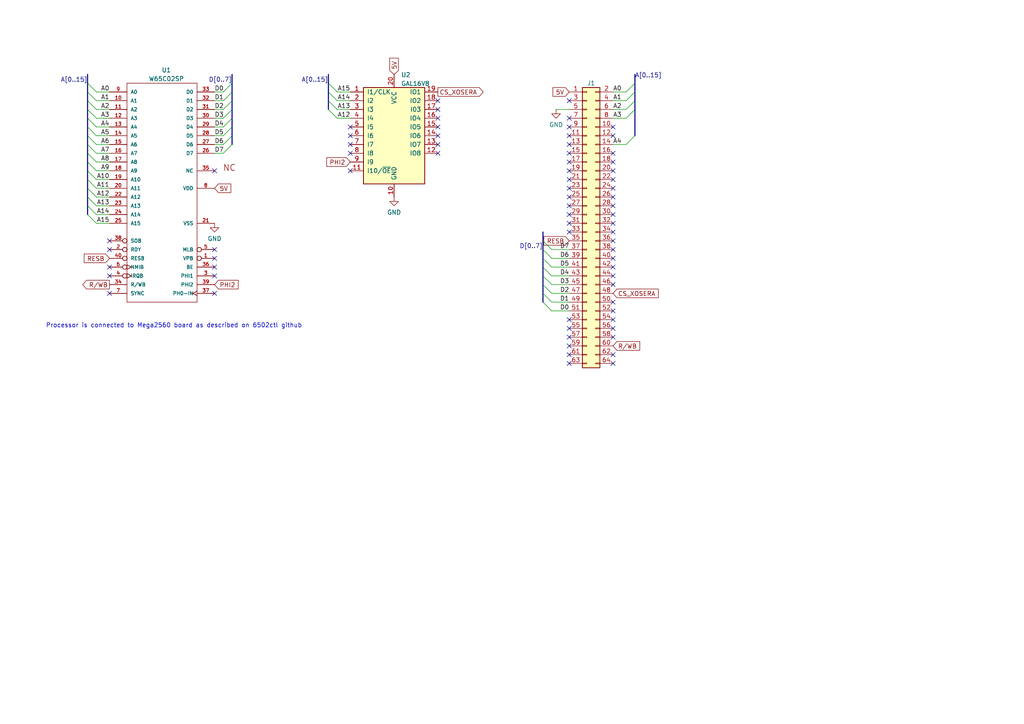
<source format=kicad_sch>
(kicad_sch (version 20211123) (generator eeschema)

  (uuid c8412e68-623b-4cf5-9268-8d6312a78c0f)

  (paper "A4")

  (title_block
    (title "ZeroMips Xosera interface")
    (date "2022-03-21")
  )

  (lib_symbols
    (symbol "Connector_Generic:Conn_02x32_Odd_Even" (pin_names (offset 1.016) hide) (in_bom yes) (on_board yes)
      (property "Reference" "J" (id 0) (at 1.27 40.64 0)
        (effects (font (size 1.27 1.27)))
      )
      (property "Value" "Conn_02x32_Odd_Even" (id 1) (at 1.27 -43.18 0)
        (effects (font (size 1.27 1.27)))
      )
      (property "Footprint" "" (id 2) (at 0 0 0)
        (effects (font (size 1.27 1.27)) hide)
      )
      (property "Datasheet" "~" (id 3) (at 0 0 0)
        (effects (font (size 1.27 1.27)) hide)
      )
      (property "ki_keywords" "connector" (id 4) (at 0 0 0)
        (effects (font (size 1.27 1.27)) hide)
      )
      (property "ki_description" "Generic connector, double row, 02x32, odd/even pin numbering scheme (row 1 odd numbers, row 2 even numbers), script generated (kicad-library-utils/schlib/autogen/connector/)" (id 5) (at 0 0 0)
        (effects (font (size 1.27 1.27)) hide)
      )
      (property "ki_fp_filters" "Connector*:*_2x??_*" (id 6) (at 0 0 0)
        (effects (font (size 1.27 1.27)) hide)
      )
      (symbol "Conn_02x32_Odd_Even_1_1"
        (rectangle (start -1.27 -40.513) (end 0 -40.767)
          (stroke (width 0.1524) (type default) (color 0 0 0 0))
          (fill (type none))
        )
        (rectangle (start -1.27 -37.973) (end 0 -38.227)
          (stroke (width 0.1524) (type default) (color 0 0 0 0))
          (fill (type none))
        )
        (rectangle (start -1.27 -35.433) (end 0 -35.687)
          (stroke (width 0.1524) (type default) (color 0 0 0 0))
          (fill (type none))
        )
        (rectangle (start -1.27 -32.893) (end 0 -33.147)
          (stroke (width 0.1524) (type default) (color 0 0 0 0))
          (fill (type none))
        )
        (rectangle (start -1.27 -30.353) (end 0 -30.607)
          (stroke (width 0.1524) (type default) (color 0 0 0 0))
          (fill (type none))
        )
        (rectangle (start -1.27 -27.813) (end 0 -28.067)
          (stroke (width 0.1524) (type default) (color 0 0 0 0))
          (fill (type none))
        )
        (rectangle (start -1.27 -25.273) (end 0 -25.527)
          (stroke (width 0.1524) (type default) (color 0 0 0 0))
          (fill (type none))
        )
        (rectangle (start -1.27 -22.733) (end 0 -22.987)
          (stroke (width 0.1524) (type default) (color 0 0 0 0))
          (fill (type none))
        )
        (rectangle (start -1.27 -20.193) (end 0 -20.447)
          (stroke (width 0.1524) (type default) (color 0 0 0 0))
          (fill (type none))
        )
        (rectangle (start -1.27 -17.653) (end 0 -17.907)
          (stroke (width 0.1524) (type default) (color 0 0 0 0))
          (fill (type none))
        )
        (rectangle (start -1.27 -15.113) (end 0 -15.367)
          (stroke (width 0.1524) (type default) (color 0 0 0 0))
          (fill (type none))
        )
        (rectangle (start -1.27 -12.573) (end 0 -12.827)
          (stroke (width 0.1524) (type default) (color 0 0 0 0))
          (fill (type none))
        )
        (rectangle (start -1.27 -10.033) (end 0 -10.287)
          (stroke (width 0.1524) (type default) (color 0 0 0 0))
          (fill (type none))
        )
        (rectangle (start -1.27 -7.493) (end 0 -7.747)
          (stroke (width 0.1524) (type default) (color 0 0 0 0))
          (fill (type none))
        )
        (rectangle (start -1.27 -4.953) (end 0 -5.207)
          (stroke (width 0.1524) (type default) (color 0 0 0 0))
          (fill (type none))
        )
        (rectangle (start -1.27 -2.413) (end 0 -2.667)
          (stroke (width 0.1524) (type default) (color 0 0 0 0))
          (fill (type none))
        )
        (rectangle (start -1.27 0.127) (end 0 -0.127)
          (stroke (width 0.1524) (type default) (color 0 0 0 0))
          (fill (type none))
        )
        (rectangle (start -1.27 2.667) (end 0 2.413)
          (stroke (width 0.1524) (type default) (color 0 0 0 0))
          (fill (type none))
        )
        (rectangle (start -1.27 5.207) (end 0 4.953)
          (stroke (width 0.1524) (type default) (color 0 0 0 0))
          (fill (type none))
        )
        (rectangle (start -1.27 7.747) (end 0 7.493)
          (stroke (width 0.1524) (type default) (color 0 0 0 0))
          (fill (type none))
        )
        (rectangle (start -1.27 10.287) (end 0 10.033)
          (stroke (width 0.1524) (type default) (color 0 0 0 0))
          (fill (type none))
        )
        (rectangle (start -1.27 12.827) (end 0 12.573)
          (stroke (width 0.1524) (type default) (color 0 0 0 0))
          (fill (type none))
        )
        (rectangle (start -1.27 15.367) (end 0 15.113)
          (stroke (width 0.1524) (type default) (color 0 0 0 0))
          (fill (type none))
        )
        (rectangle (start -1.27 17.907) (end 0 17.653)
          (stroke (width 0.1524) (type default) (color 0 0 0 0))
          (fill (type none))
        )
        (rectangle (start -1.27 20.447) (end 0 20.193)
          (stroke (width 0.1524) (type default) (color 0 0 0 0))
          (fill (type none))
        )
        (rectangle (start -1.27 22.987) (end 0 22.733)
          (stroke (width 0.1524) (type default) (color 0 0 0 0))
          (fill (type none))
        )
        (rectangle (start -1.27 25.527) (end 0 25.273)
          (stroke (width 0.1524) (type default) (color 0 0 0 0))
          (fill (type none))
        )
        (rectangle (start -1.27 28.067) (end 0 27.813)
          (stroke (width 0.1524) (type default) (color 0 0 0 0))
          (fill (type none))
        )
        (rectangle (start -1.27 30.607) (end 0 30.353)
          (stroke (width 0.1524) (type default) (color 0 0 0 0))
          (fill (type none))
        )
        (rectangle (start -1.27 33.147) (end 0 32.893)
          (stroke (width 0.1524) (type default) (color 0 0 0 0))
          (fill (type none))
        )
        (rectangle (start -1.27 35.687) (end 0 35.433)
          (stroke (width 0.1524) (type default) (color 0 0 0 0))
          (fill (type none))
        )
        (rectangle (start -1.27 38.227) (end 0 37.973)
          (stroke (width 0.1524) (type default) (color 0 0 0 0))
          (fill (type none))
        )
        (rectangle (start -1.27 39.37) (end 3.81 -41.91)
          (stroke (width 0.254) (type default) (color 0 0 0 0))
          (fill (type background))
        )
        (rectangle (start 3.81 -40.513) (end 2.54 -40.767)
          (stroke (width 0.1524) (type default) (color 0 0 0 0))
          (fill (type none))
        )
        (rectangle (start 3.81 -37.973) (end 2.54 -38.227)
          (stroke (width 0.1524) (type default) (color 0 0 0 0))
          (fill (type none))
        )
        (rectangle (start 3.81 -35.433) (end 2.54 -35.687)
          (stroke (width 0.1524) (type default) (color 0 0 0 0))
          (fill (type none))
        )
        (rectangle (start 3.81 -32.893) (end 2.54 -33.147)
          (stroke (width 0.1524) (type default) (color 0 0 0 0))
          (fill (type none))
        )
        (rectangle (start 3.81 -30.353) (end 2.54 -30.607)
          (stroke (width 0.1524) (type default) (color 0 0 0 0))
          (fill (type none))
        )
        (rectangle (start 3.81 -27.813) (end 2.54 -28.067)
          (stroke (width 0.1524) (type default) (color 0 0 0 0))
          (fill (type none))
        )
        (rectangle (start 3.81 -25.273) (end 2.54 -25.527)
          (stroke (width 0.1524) (type default) (color 0 0 0 0))
          (fill (type none))
        )
        (rectangle (start 3.81 -22.733) (end 2.54 -22.987)
          (stroke (width 0.1524) (type default) (color 0 0 0 0))
          (fill (type none))
        )
        (rectangle (start 3.81 -20.193) (end 2.54 -20.447)
          (stroke (width 0.1524) (type default) (color 0 0 0 0))
          (fill (type none))
        )
        (rectangle (start 3.81 -17.653) (end 2.54 -17.907)
          (stroke (width 0.1524) (type default) (color 0 0 0 0))
          (fill (type none))
        )
        (rectangle (start 3.81 -15.113) (end 2.54 -15.367)
          (stroke (width 0.1524) (type default) (color 0 0 0 0))
          (fill (type none))
        )
        (rectangle (start 3.81 -12.573) (end 2.54 -12.827)
          (stroke (width 0.1524) (type default) (color 0 0 0 0))
          (fill (type none))
        )
        (rectangle (start 3.81 -10.033) (end 2.54 -10.287)
          (stroke (width 0.1524) (type default) (color 0 0 0 0))
          (fill (type none))
        )
        (rectangle (start 3.81 -7.493) (end 2.54 -7.747)
          (stroke (width 0.1524) (type default) (color 0 0 0 0))
          (fill (type none))
        )
        (rectangle (start 3.81 -4.953) (end 2.54 -5.207)
          (stroke (width 0.1524) (type default) (color 0 0 0 0))
          (fill (type none))
        )
        (rectangle (start 3.81 -2.413) (end 2.54 -2.667)
          (stroke (width 0.1524) (type default) (color 0 0 0 0))
          (fill (type none))
        )
        (rectangle (start 3.81 0.127) (end 2.54 -0.127)
          (stroke (width 0.1524) (type default) (color 0 0 0 0))
          (fill (type none))
        )
        (rectangle (start 3.81 2.667) (end 2.54 2.413)
          (stroke (width 0.1524) (type default) (color 0 0 0 0))
          (fill (type none))
        )
        (rectangle (start 3.81 5.207) (end 2.54 4.953)
          (stroke (width 0.1524) (type default) (color 0 0 0 0))
          (fill (type none))
        )
        (rectangle (start 3.81 7.747) (end 2.54 7.493)
          (stroke (width 0.1524) (type default) (color 0 0 0 0))
          (fill (type none))
        )
        (rectangle (start 3.81 10.287) (end 2.54 10.033)
          (stroke (width 0.1524) (type default) (color 0 0 0 0))
          (fill (type none))
        )
        (rectangle (start 3.81 12.827) (end 2.54 12.573)
          (stroke (width 0.1524) (type default) (color 0 0 0 0))
          (fill (type none))
        )
        (rectangle (start 3.81 15.367) (end 2.54 15.113)
          (stroke (width 0.1524) (type default) (color 0 0 0 0))
          (fill (type none))
        )
        (rectangle (start 3.81 17.907) (end 2.54 17.653)
          (stroke (width 0.1524) (type default) (color 0 0 0 0))
          (fill (type none))
        )
        (rectangle (start 3.81 20.447) (end 2.54 20.193)
          (stroke (width 0.1524) (type default) (color 0 0 0 0))
          (fill (type none))
        )
        (rectangle (start 3.81 22.987) (end 2.54 22.733)
          (stroke (width 0.1524) (type default) (color 0 0 0 0))
          (fill (type none))
        )
        (rectangle (start 3.81 25.527) (end 2.54 25.273)
          (stroke (width 0.1524) (type default) (color 0 0 0 0))
          (fill (type none))
        )
        (rectangle (start 3.81 28.067) (end 2.54 27.813)
          (stroke (width 0.1524) (type default) (color 0 0 0 0))
          (fill (type none))
        )
        (rectangle (start 3.81 30.607) (end 2.54 30.353)
          (stroke (width 0.1524) (type default) (color 0 0 0 0))
          (fill (type none))
        )
        (rectangle (start 3.81 33.147) (end 2.54 32.893)
          (stroke (width 0.1524) (type default) (color 0 0 0 0))
          (fill (type none))
        )
        (rectangle (start 3.81 35.687) (end 2.54 35.433)
          (stroke (width 0.1524) (type default) (color 0 0 0 0))
          (fill (type none))
        )
        (rectangle (start 3.81 38.227) (end 2.54 37.973)
          (stroke (width 0.1524) (type default) (color 0 0 0 0))
          (fill (type none))
        )
        (pin passive line (at -5.08 38.1 0) (length 3.81)
          (name "Pin_1" (effects (font (size 1.27 1.27))))
          (number "1" (effects (font (size 1.27 1.27))))
        )
        (pin passive line (at 7.62 27.94 180) (length 3.81)
          (name "Pin_10" (effects (font (size 1.27 1.27))))
          (number "10" (effects (font (size 1.27 1.27))))
        )
        (pin passive line (at -5.08 25.4 0) (length 3.81)
          (name "Pin_11" (effects (font (size 1.27 1.27))))
          (number "11" (effects (font (size 1.27 1.27))))
        )
        (pin passive line (at 7.62 25.4 180) (length 3.81)
          (name "Pin_12" (effects (font (size 1.27 1.27))))
          (number "12" (effects (font (size 1.27 1.27))))
        )
        (pin passive line (at -5.08 22.86 0) (length 3.81)
          (name "Pin_13" (effects (font (size 1.27 1.27))))
          (number "13" (effects (font (size 1.27 1.27))))
        )
        (pin passive line (at 7.62 22.86 180) (length 3.81)
          (name "Pin_14" (effects (font (size 1.27 1.27))))
          (number "14" (effects (font (size 1.27 1.27))))
        )
        (pin passive line (at -5.08 20.32 0) (length 3.81)
          (name "Pin_15" (effects (font (size 1.27 1.27))))
          (number "15" (effects (font (size 1.27 1.27))))
        )
        (pin passive line (at 7.62 20.32 180) (length 3.81)
          (name "Pin_16" (effects (font (size 1.27 1.27))))
          (number "16" (effects (font (size 1.27 1.27))))
        )
        (pin passive line (at -5.08 17.78 0) (length 3.81)
          (name "Pin_17" (effects (font (size 1.27 1.27))))
          (number "17" (effects (font (size 1.27 1.27))))
        )
        (pin passive line (at 7.62 17.78 180) (length 3.81)
          (name "Pin_18" (effects (font (size 1.27 1.27))))
          (number "18" (effects (font (size 1.27 1.27))))
        )
        (pin passive line (at -5.08 15.24 0) (length 3.81)
          (name "Pin_19" (effects (font (size 1.27 1.27))))
          (number "19" (effects (font (size 1.27 1.27))))
        )
        (pin passive line (at 7.62 38.1 180) (length 3.81)
          (name "Pin_2" (effects (font (size 1.27 1.27))))
          (number "2" (effects (font (size 1.27 1.27))))
        )
        (pin passive line (at 7.62 15.24 180) (length 3.81)
          (name "Pin_20" (effects (font (size 1.27 1.27))))
          (number "20" (effects (font (size 1.27 1.27))))
        )
        (pin passive line (at -5.08 12.7 0) (length 3.81)
          (name "Pin_21" (effects (font (size 1.27 1.27))))
          (number "21" (effects (font (size 1.27 1.27))))
        )
        (pin passive line (at 7.62 12.7 180) (length 3.81)
          (name "Pin_22" (effects (font (size 1.27 1.27))))
          (number "22" (effects (font (size 1.27 1.27))))
        )
        (pin passive line (at -5.08 10.16 0) (length 3.81)
          (name "Pin_23" (effects (font (size 1.27 1.27))))
          (number "23" (effects (font (size 1.27 1.27))))
        )
        (pin passive line (at 7.62 10.16 180) (length 3.81)
          (name "Pin_24" (effects (font (size 1.27 1.27))))
          (number "24" (effects (font (size 1.27 1.27))))
        )
        (pin passive line (at -5.08 7.62 0) (length 3.81)
          (name "Pin_25" (effects (font (size 1.27 1.27))))
          (number "25" (effects (font (size 1.27 1.27))))
        )
        (pin passive line (at 7.62 7.62 180) (length 3.81)
          (name "Pin_26" (effects (font (size 1.27 1.27))))
          (number "26" (effects (font (size 1.27 1.27))))
        )
        (pin passive line (at -5.08 5.08 0) (length 3.81)
          (name "Pin_27" (effects (font (size 1.27 1.27))))
          (number "27" (effects (font (size 1.27 1.27))))
        )
        (pin passive line (at 7.62 5.08 180) (length 3.81)
          (name "Pin_28" (effects (font (size 1.27 1.27))))
          (number "28" (effects (font (size 1.27 1.27))))
        )
        (pin passive line (at -5.08 2.54 0) (length 3.81)
          (name "Pin_29" (effects (font (size 1.27 1.27))))
          (number "29" (effects (font (size 1.27 1.27))))
        )
        (pin passive line (at -5.08 35.56 0) (length 3.81)
          (name "Pin_3" (effects (font (size 1.27 1.27))))
          (number "3" (effects (font (size 1.27 1.27))))
        )
        (pin passive line (at 7.62 2.54 180) (length 3.81)
          (name "Pin_30" (effects (font (size 1.27 1.27))))
          (number "30" (effects (font (size 1.27 1.27))))
        )
        (pin passive line (at -5.08 0 0) (length 3.81)
          (name "Pin_31" (effects (font (size 1.27 1.27))))
          (number "31" (effects (font (size 1.27 1.27))))
        )
        (pin passive line (at 7.62 0 180) (length 3.81)
          (name "Pin_32" (effects (font (size 1.27 1.27))))
          (number "32" (effects (font (size 1.27 1.27))))
        )
        (pin passive line (at -5.08 -2.54 0) (length 3.81)
          (name "Pin_33" (effects (font (size 1.27 1.27))))
          (number "33" (effects (font (size 1.27 1.27))))
        )
        (pin passive line (at 7.62 -2.54 180) (length 3.81)
          (name "Pin_34" (effects (font (size 1.27 1.27))))
          (number "34" (effects (font (size 1.27 1.27))))
        )
        (pin passive line (at -5.08 -5.08 0) (length 3.81)
          (name "Pin_35" (effects (font (size 1.27 1.27))))
          (number "35" (effects (font (size 1.27 1.27))))
        )
        (pin passive line (at 7.62 -5.08 180) (length 3.81)
          (name "Pin_36" (effects (font (size 1.27 1.27))))
          (number "36" (effects (font (size 1.27 1.27))))
        )
        (pin passive line (at -5.08 -7.62 0) (length 3.81)
          (name "Pin_37" (effects (font (size 1.27 1.27))))
          (number "37" (effects (font (size 1.27 1.27))))
        )
        (pin passive line (at 7.62 -7.62 180) (length 3.81)
          (name "Pin_38" (effects (font (size 1.27 1.27))))
          (number "38" (effects (font (size 1.27 1.27))))
        )
        (pin passive line (at -5.08 -10.16 0) (length 3.81)
          (name "Pin_39" (effects (font (size 1.27 1.27))))
          (number "39" (effects (font (size 1.27 1.27))))
        )
        (pin passive line (at 7.62 35.56 180) (length 3.81)
          (name "Pin_4" (effects (font (size 1.27 1.27))))
          (number "4" (effects (font (size 1.27 1.27))))
        )
        (pin passive line (at 7.62 -10.16 180) (length 3.81)
          (name "Pin_40" (effects (font (size 1.27 1.27))))
          (number "40" (effects (font (size 1.27 1.27))))
        )
        (pin passive line (at -5.08 -12.7 0) (length 3.81)
          (name "Pin_41" (effects (font (size 1.27 1.27))))
          (number "41" (effects (font (size 1.27 1.27))))
        )
        (pin passive line (at 7.62 -12.7 180) (length 3.81)
          (name "Pin_42" (effects (font (size 1.27 1.27))))
          (number "42" (effects (font (size 1.27 1.27))))
        )
        (pin passive line (at -5.08 -15.24 0) (length 3.81)
          (name "Pin_43" (effects (font (size 1.27 1.27))))
          (number "43" (effects (font (size 1.27 1.27))))
        )
        (pin passive line (at 7.62 -15.24 180) (length 3.81)
          (name "Pin_44" (effects (font (size 1.27 1.27))))
          (number "44" (effects (font (size 1.27 1.27))))
        )
        (pin passive line (at -5.08 -17.78 0) (length 3.81)
          (name "Pin_45" (effects (font (size 1.27 1.27))))
          (number "45" (effects (font (size 1.27 1.27))))
        )
        (pin passive line (at 7.62 -17.78 180) (length 3.81)
          (name "Pin_46" (effects (font (size 1.27 1.27))))
          (number "46" (effects (font (size 1.27 1.27))))
        )
        (pin passive line (at -5.08 -20.32 0) (length 3.81)
          (name "Pin_47" (effects (font (size 1.27 1.27))))
          (number "47" (effects (font (size 1.27 1.27))))
        )
        (pin passive line (at 7.62 -20.32 180) (length 3.81)
          (name "Pin_48" (effects (font (size 1.27 1.27))))
          (number "48" (effects (font (size 1.27 1.27))))
        )
        (pin passive line (at -5.08 -22.86 0) (length 3.81)
          (name "Pin_49" (effects (font (size 1.27 1.27))))
          (number "49" (effects (font (size 1.27 1.27))))
        )
        (pin passive line (at -5.08 33.02 0) (length 3.81)
          (name "Pin_5" (effects (font (size 1.27 1.27))))
          (number "5" (effects (font (size 1.27 1.27))))
        )
        (pin passive line (at 7.62 -22.86 180) (length 3.81)
          (name "Pin_50" (effects (font (size 1.27 1.27))))
          (number "50" (effects (font (size 1.27 1.27))))
        )
        (pin passive line (at -5.08 -25.4 0) (length 3.81)
          (name "Pin_51" (effects (font (size 1.27 1.27))))
          (number "51" (effects (font (size 1.27 1.27))))
        )
        (pin passive line (at 7.62 -25.4 180) (length 3.81)
          (name "Pin_52" (effects (font (size 1.27 1.27))))
          (number "52" (effects (font (size 1.27 1.27))))
        )
        (pin passive line (at -5.08 -27.94 0) (length 3.81)
          (name "Pin_53" (effects (font (size 1.27 1.27))))
          (number "53" (effects (font (size 1.27 1.27))))
        )
        (pin passive line (at 7.62 -27.94 180) (length 3.81)
          (name "Pin_54" (effects (font (size 1.27 1.27))))
          (number "54" (effects (font (size 1.27 1.27))))
        )
        (pin passive line (at -5.08 -30.48 0) (length 3.81)
          (name "Pin_55" (effects (font (size 1.27 1.27))))
          (number "55" (effects (font (size 1.27 1.27))))
        )
        (pin passive line (at 7.62 -30.48 180) (length 3.81)
          (name "Pin_56" (effects (font (size 1.27 1.27))))
          (number "56" (effects (font (size 1.27 1.27))))
        )
        (pin passive line (at -5.08 -33.02 0) (length 3.81)
          (name "Pin_57" (effects (font (size 1.27 1.27))))
          (number "57" (effects (font (size 1.27 1.27))))
        )
        (pin passive line (at 7.62 -33.02 180) (length 3.81)
          (name "Pin_58" (effects (font (size 1.27 1.27))))
          (number "58" (effects (font (size 1.27 1.27))))
        )
        (pin passive line (at -5.08 -35.56 0) (length 3.81)
          (name "Pin_59" (effects (font (size 1.27 1.27))))
          (number "59" (effects (font (size 1.27 1.27))))
        )
        (pin passive line (at 7.62 33.02 180) (length 3.81)
          (name "Pin_6" (effects (font (size 1.27 1.27))))
          (number "6" (effects (font (size 1.27 1.27))))
        )
        (pin passive line (at 7.62 -35.56 180) (length 3.81)
          (name "Pin_60" (effects (font (size 1.27 1.27))))
          (number "60" (effects (font (size 1.27 1.27))))
        )
        (pin passive line (at -5.08 -38.1 0) (length 3.81)
          (name "Pin_61" (effects (font (size 1.27 1.27))))
          (number "61" (effects (font (size 1.27 1.27))))
        )
        (pin passive line (at 7.62 -38.1 180) (length 3.81)
          (name "Pin_62" (effects (font (size 1.27 1.27))))
          (number "62" (effects (font (size 1.27 1.27))))
        )
        (pin passive line (at -5.08 -40.64 0) (length 3.81)
          (name "Pin_63" (effects (font (size 1.27 1.27))))
          (number "63" (effects (font (size 1.27 1.27))))
        )
        (pin passive line (at 7.62 -40.64 180) (length 3.81)
          (name "Pin_64" (effects (font (size 1.27 1.27))))
          (number "64" (effects (font (size 1.27 1.27))))
        )
        (pin passive line (at -5.08 30.48 0) (length 3.81)
          (name "Pin_7" (effects (font (size 1.27 1.27))))
          (number "7" (effects (font (size 1.27 1.27))))
        )
        (pin passive line (at 7.62 30.48 180) (length 3.81)
          (name "Pin_8" (effects (font (size 1.27 1.27))))
          (number "8" (effects (font (size 1.27 1.27))))
        )
        (pin passive line (at -5.08 27.94 0) (length 3.81)
          (name "Pin_9" (effects (font (size 1.27 1.27))))
          (number "9" (effects (font (size 1.27 1.27))))
        )
      )
    )
    (symbol "Logic_Programmable:GAL16V8" (pin_names (offset 1.016)) (in_bom yes) (on_board yes)
      (property "Reference" "U" (id 0) (at -8.89 16.51 0)
        (effects (font (size 1.27 1.27)) (justify left))
      )
      (property "Value" "GAL16V8" (id 1) (at 1.27 16.51 0)
        (effects (font (size 1.27 1.27)) (justify left))
      )
      (property "Footprint" "" (id 2) (at 0 0 0)
        (effects (font (size 1.27 1.27)) hide)
      )
      (property "Datasheet" "" (id 3) (at 0 0 0)
        (effects (font (size 1.27 1.27)) hide)
      )
      (property "ki_keywords" "GAL PLD 16V8" (id 4) (at 0 0 0)
        (effects (font (size 1.27 1.27)) hide)
      )
      (property "ki_description" "Programmable Logic Array, DIP-20/SOIC-20/PLCC-20" (id 5) (at 0 0 0)
        (effects (font (size 1.27 1.27)) hide)
      )
      (property "ki_fp_filters" "DIP* PDIP* SOIC* SO* PLCC*" (id 6) (at 0 0 0)
        (effects (font (size 1.27 1.27)) hide)
      )
      (symbol "GAL16V8_0_0"
        (pin power_in line (at 0 -17.78 90) (length 3.81)
          (name "GND" (effects (font (size 1.27 1.27))))
          (number "10" (effects (font (size 1.27 1.27))))
        )
        (pin power_in line (at 0 17.78 270) (length 3.81)
          (name "VCC" (effects (font (size 1.27 1.27))))
          (number "20" (effects (font (size 1.27 1.27))))
        )
      )
      (symbol "GAL16V8_0_1"
        (rectangle (start -8.89 13.97) (end 8.89 -13.97)
          (stroke (width 0.254) (type default) (color 0 0 0 0))
          (fill (type background))
        )
      )
      (symbol "GAL16V8_1_1"
        (pin input line (at -12.7 12.7 0) (length 3.81)
          (name "I1/CLK" (effects (font (size 1.27 1.27))))
          (number "1" (effects (font (size 1.27 1.27))))
        )
        (pin input line (at -12.7 -10.16 0) (length 3.81)
          (name "I10/~{OE}" (effects (font (size 1.27 1.27))))
          (number "11" (effects (font (size 1.27 1.27))))
        )
        (pin tri_state line (at 12.7 -5.08 180) (length 3.81)
          (name "IO8" (effects (font (size 1.27 1.27))))
          (number "12" (effects (font (size 1.27 1.27))))
        )
        (pin tri_state line (at 12.7 -2.54 180) (length 3.81)
          (name "IO7" (effects (font (size 1.27 1.27))))
          (number "13" (effects (font (size 1.27 1.27))))
        )
        (pin tri_state line (at 12.7 0 180) (length 3.81)
          (name "IO6" (effects (font (size 1.27 1.27))))
          (number "14" (effects (font (size 1.27 1.27))))
        )
        (pin tri_state line (at 12.7 2.54 180) (length 3.81)
          (name "IO5" (effects (font (size 1.27 1.27))))
          (number "15" (effects (font (size 1.27 1.27))))
        )
        (pin tri_state line (at 12.7 5.08 180) (length 3.81)
          (name "IO4" (effects (font (size 1.27 1.27))))
          (number "16" (effects (font (size 1.27 1.27))))
        )
        (pin tri_state line (at 12.7 7.62 180) (length 3.81)
          (name "I03" (effects (font (size 1.27 1.27))))
          (number "17" (effects (font (size 1.27 1.27))))
        )
        (pin tri_state line (at 12.7 10.16 180) (length 3.81)
          (name "IO2" (effects (font (size 1.27 1.27))))
          (number "18" (effects (font (size 1.27 1.27))))
        )
        (pin tri_state line (at 12.7 12.7 180) (length 3.81)
          (name "IO1" (effects (font (size 1.27 1.27))))
          (number "19" (effects (font (size 1.27 1.27))))
        )
        (pin input line (at -12.7 10.16 0) (length 3.81)
          (name "I2" (effects (font (size 1.27 1.27))))
          (number "2" (effects (font (size 1.27 1.27))))
        )
        (pin input line (at -12.7 7.62 0) (length 3.81)
          (name "I3" (effects (font (size 1.27 1.27))))
          (number "3" (effects (font (size 1.27 1.27))))
        )
        (pin input line (at -12.7 5.08 0) (length 3.81)
          (name "I4" (effects (font (size 1.27 1.27))))
          (number "4" (effects (font (size 1.27 1.27))))
        )
        (pin input line (at -12.7 2.54 0) (length 3.81)
          (name "I5" (effects (font (size 1.27 1.27))))
          (number "5" (effects (font (size 1.27 1.27))))
        )
        (pin input line (at -12.7 0 0) (length 3.81)
          (name "I6" (effects (font (size 1.27 1.27))))
          (number "6" (effects (font (size 1.27 1.27))))
        )
        (pin input line (at -12.7 -2.54 0) (length 3.81)
          (name "I7" (effects (font (size 1.27 1.27))))
          (number "7" (effects (font (size 1.27 1.27))))
        )
        (pin input line (at -12.7 -5.08 0) (length 3.81)
          (name "I8" (effects (font (size 1.27 1.27))))
          (number "8" (effects (font (size 1.27 1.27))))
        )
        (pin input line (at -12.7 -7.62 0) (length 3.81)
          (name "I9" (effects (font (size 1.27 1.27))))
          (number "9" (effects (font (size 1.27 1.27))))
        )
      )
    )
    (symbol "power:GND" (power) (pin_names (offset 0)) (in_bom yes) (on_board yes)
      (property "Reference" "#PWR" (id 0) (at 0 -6.35 0)
        (effects (font (size 1.27 1.27)) hide)
      )
      (property "Value" "GND" (id 1) (at 0 -3.81 0)
        (effects (font (size 1.27 1.27)))
      )
      (property "Footprint" "" (id 2) (at 0 0 0)
        (effects (font (size 1.27 1.27)) hide)
      )
      (property "Datasheet" "" (id 3) (at 0 0 0)
        (effects (font (size 1.27 1.27)) hide)
      )
      (property "ki_keywords" "power-flag" (id 4) (at 0 0 0)
        (effects (font (size 1.27 1.27)) hide)
      )
      (property "ki_description" "Power symbol creates a global label with name \"GND\" , ground" (id 5) (at 0 0 0)
        (effects (font (size 1.27 1.27)) hide)
      )
      (symbol "GND_0_1"
        (polyline
          (pts
            (xy 0 0)
            (xy 0 -1.27)
            (xy 1.27 -1.27)
            (xy 0 -2.54)
            (xy -1.27 -1.27)
            (xy 0 -1.27)
          )
          (stroke (width 0) (type default) (color 0 0 0 0))
          (fill (type none))
        )
      )
      (symbol "GND_1_1"
        (pin power_in line (at 0 0 270) (length 0) hide
          (name "GND" (effects (font (size 1.27 1.27))))
          (number "1" (effects (font (size 1.27 1.27))))
        )
      )
    )
    (symbol "zeromips:W65C02SP" (pin_names (offset 1.016)) (in_bom yes) (on_board yes)
      (property "Reference" "U" (id 0) (at 0 0 0)
        (effects (font (size 1.27 1.27)) (justify left bottom))
      )
      (property "Value" "W65C02SP" (id 1) (at -10.16 -40.64 0)
        (effects (font (size 1.27 1.27)) (justify left bottom))
      )
      (property "Footprint" "65xxx-DIP-40" (id 2) (at 0 3.81 0)
        (effects (font (size 1.27 1.27)) hide)
      )
      (property "Datasheet" "" (id 3) (at 0 0 0)
        (effects (font (size 1.524 1.524)))
      )
      (property "ki_locked" "" (id 4) (at 0 0 0)
        (effects (font (size 1.27 1.27)))
      )
      (symbol "W65C02SP_1_0"
        (polyline
          (pts
            (xy -10.16 -38.1)
            (xy -10.16 25.4)
          )
          (stroke (width 0) (type default) (color 0 0 0 0))
          (fill (type none))
        )
        (polyline
          (pts
            (xy -10.16 25.4)
            (xy 10.16 25.4)
          )
          (stroke (width 0) (type default) (color 0 0 0 0))
          (fill (type none))
        )
        (polyline
          (pts
            (xy 10.16 -38.1)
            (xy -10.16 -38.1)
          )
          (stroke (width 0) (type default) (color 0 0 0 0))
          (fill (type none))
        )
        (polyline
          (pts
            (xy 10.16 25.4)
            (xy 10.16 -38.1)
          )
          (stroke (width 0) (type default) (color 0 0 0 0))
          (fill (type none))
        )
        (text "NC" (at 19.558 0.889 0)
          (effects (font (size 1.778 1.778)))
        )
      )
      (symbol "W65C02SP_1_1"
        (pin output inverted (at 15.24 -25.4 180) (length 5.08)
          (name "VPB" (effects (font (size 1.016 1.016))))
          (number "1" (effects (font (size 1.016 1.016))))
        )
        (pin bidirectional line (at -15.24 20.32 0) (length 5.08)
          (name "A1" (effects (font (size 1.016 1.016))))
          (number "10" (effects (font (size 1.016 1.016))))
        )
        (pin bidirectional line (at -15.24 17.78 0) (length 5.08)
          (name "A2" (effects (font (size 1.016 1.016))))
          (number "11" (effects (font (size 1.016 1.016))))
        )
        (pin bidirectional line (at -15.24 15.24 0) (length 5.08)
          (name "A3" (effects (font (size 1.016 1.016))))
          (number "12" (effects (font (size 1.016 1.016))))
        )
        (pin bidirectional line (at -15.24 12.7 0) (length 5.08)
          (name "A4" (effects (font (size 1.016 1.016))))
          (number "13" (effects (font (size 1.016 1.016))))
        )
        (pin bidirectional line (at -15.24 10.16 0) (length 5.08)
          (name "A5" (effects (font (size 1.016 1.016))))
          (number "14" (effects (font (size 1.016 1.016))))
        )
        (pin bidirectional line (at -15.24 7.62 0) (length 5.08)
          (name "A6" (effects (font (size 1.016 1.016))))
          (number "15" (effects (font (size 1.016 1.016))))
        )
        (pin bidirectional line (at -15.24 5.08 0) (length 5.08)
          (name "A7" (effects (font (size 1.016 1.016))))
          (number "16" (effects (font (size 1.016 1.016))))
        )
        (pin bidirectional line (at -15.24 2.54 0) (length 5.08)
          (name "A8" (effects (font (size 1.016 1.016))))
          (number "17" (effects (font (size 1.016 1.016))))
        )
        (pin bidirectional line (at -15.24 0 0) (length 5.08)
          (name "A9" (effects (font (size 1.016 1.016))))
          (number "18" (effects (font (size 1.016 1.016))))
        )
        (pin bidirectional line (at -15.24 -2.54 0) (length 5.08)
          (name "A10" (effects (font (size 1.016 1.016))))
          (number "19" (effects (font (size 1.016 1.016))))
        )
        (pin bidirectional inverted (at -15.24 -22.86 0) (length 5.08)
          (name "RDY" (effects (font (size 1.016 1.016))))
          (number "2" (effects (font (size 1.016 1.016))))
        )
        (pin bidirectional line (at -15.24 -5.08 0) (length 5.08)
          (name "A11" (effects (font (size 1.016 1.016))))
          (number "20" (effects (font (size 1.016 1.016))))
        )
        (pin power_out line (at 15.24 -15.24 180) (length 5.08)
          (name "VSS" (effects (font (size 1.016 1.016))))
          (number "21" (effects (font (size 1.016 1.016))))
        )
        (pin bidirectional line (at -15.24 -7.62 0) (length 5.08)
          (name "A12" (effects (font (size 1.016 1.016))))
          (number "22" (effects (font (size 1.016 1.016))))
        )
        (pin bidirectional line (at -15.24 -10.16 0) (length 5.08)
          (name "A13" (effects (font (size 1.016 1.016))))
          (number "23" (effects (font (size 1.016 1.016))))
        )
        (pin bidirectional line (at -15.24 -12.7 0) (length 5.08)
          (name "A14" (effects (font (size 1.016 1.016))))
          (number "24" (effects (font (size 1.016 1.016))))
        )
        (pin bidirectional line (at -15.24 -15.24 0) (length 5.08)
          (name "A15" (effects (font (size 1.016 1.016))))
          (number "25" (effects (font (size 1.016 1.016))))
        )
        (pin bidirectional line (at 15.24 5.08 180) (length 5.08)
          (name "D7" (effects (font (size 1.016 1.016))))
          (number "26" (effects (font (size 1.016 1.016))))
        )
        (pin bidirectional line (at 15.24 7.62 180) (length 5.08)
          (name "D6" (effects (font (size 1.016 1.016))))
          (number "27" (effects (font (size 1.016 1.016))))
        )
        (pin bidirectional line (at 15.24 10.16 180) (length 5.08)
          (name "D5" (effects (font (size 1.016 1.016))))
          (number "28" (effects (font (size 1.016 1.016))))
        )
        (pin bidirectional line (at 15.24 12.7 180) (length 5.08)
          (name "D4" (effects (font (size 1.016 1.016))))
          (number "29" (effects (font (size 1.016 1.016))))
        )
        (pin output line (at 15.24 -30.48 180) (length 5.08)
          (name "PHI1" (effects (font (size 1.016 1.016))))
          (number "3" (effects (font (size 1.016 1.016))))
        )
        (pin bidirectional line (at 15.24 15.24 180) (length 5.08)
          (name "D3" (effects (font (size 1.016 1.016))))
          (number "30" (effects (font (size 1.016 1.016))))
        )
        (pin bidirectional line (at 15.24 17.78 180) (length 5.08)
          (name "D2" (effects (font (size 1.016 1.016))))
          (number "31" (effects (font (size 1.016 1.016))))
        )
        (pin bidirectional line (at 15.24 20.32 180) (length 5.08)
          (name "D1" (effects (font (size 1.016 1.016))))
          (number "32" (effects (font (size 1.016 1.016))))
        )
        (pin bidirectional line (at 15.24 22.86 180) (length 5.08)
          (name "D0" (effects (font (size 1.016 1.016))))
          (number "33" (effects (font (size 1.016 1.016))))
        )
        (pin output line (at -15.24 -33.02 0) (length 5.08)
          (name "R/WB" (effects (font (size 1.016 1.016))))
          (number "34" (effects (font (size 1.016 1.016))))
        )
        (pin unspecified line (at 15.24 0 180) (length 5.08)
          (name "NC" (effects (font (size 1.016 1.016))))
          (number "35" (effects (font (size 1.016 1.016))))
        )
        (pin input line (at 15.24 -27.94 180) (length 5.08)
          (name "BE" (effects (font (size 1.016 1.016))))
          (number "36" (effects (font (size 1.016 1.016))))
        )
        (pin input clock (at 15.24 -35.56 180) (length 5.08)
          (name "PH0-IN" (effects (font (size 1.016 1.016))))
          (number "37" (effects (font (size 1.016 1.016))))
        )
        (pin input inverted (at -15.24 -20.32 0) (length 5.08)
          (name "SOB" (effects (font (size 1.016 1.016))))
          (number "38" (effects (font (size 1.016 1.016))))
        )
        (pin output line (at 15.24 -33.02 180) (length 5.08)
          (name "PHI2" (effects (font (size 1.016 1.016))))
          (number "39" (effects (font (size 1.016 1.016))))
        )
        (pin input inverted_clock (at -15.24 -30.48 0) (length 5.08)
          (name "IRQB" (effects (font (size 1.016 1.016))))
          (number "4" (effects (font (size 1.016 1.016))))
        )
        (pin input inverted (at -15.24 -25.4 0) (length 5.08)
          (name "RESB" (effects (font (size 1.016 1.016))))
          (number "40" (effects (font (size 1.016 1.016))))
        )
        (pin output inverted (at 15.24 -22.86 180) (length 5.08)
          (name "MLB" (effects (font (size 1.016 1.016))))
          (number "5" (effects (font (size 1.016 1.016))))
        )
        (pin input inverted_clock (at -15.24 -27.94 0) (length 5.08)
          (name "NMIB" (effects (font (size 1.016 1.016))))
          (number "6" (effects (font (size 1.016 1.016))))
        )
        (pin output line (at -15.24 -35.56 0) (length 5.08)
          (name "SYNC" (effects (font (size 1.016 1.016))))
          (number "7" (effects (font (size 1.016 1.016))))
        )
        (pin power_in line (at 15.24 -5.08 180) (length 5.08)
          (name "VDD" (effects (font (size 1.016 1.016))))
          (number "8" (effects (font (size 1.016 1.016))))
        )
        (pin bidirectional line (at -15.24 22.86 0) (length 5.08)
          (name "A0" (effects (font (size 1.016 1.016))))
          (number "9" (effects (font (size 1.016 1.016))))
        )
      )
    )
  )



  (no_connect (at 31.75 69.85) (uuid 2c085976-6a50-4ebb-8f9c-5f7c86777898))
  (no_connect (at 31.75 72.39) (uuid 2c085976-6a50-4ebb-8f9c-5f7c86777898))
  (no_connect (at 31.75 77.47) (uuid 2c085976-6a50-4ebb-8f9c-5f7c86777898))
  (no_connect (at 31.75 80.01) (uuid 2c085976-6a50-4ebb-8f9c-5f7c86777898))
  (no_connect (at 31.75 85.09) (uuid 2c085976-6a50-4ebb-8f9c-5f7c86777898))
  (no_connect (at 62.23 72.39) (uuid 2c085976-6a50-4ebb-8f9c-5f7c86777898))
  (no_connect (at 62.23 74.93) (uuid 2c085976-6a50-4ebb-8f9c-5f7c86777898))
  (no_connect (at 62.23 85.09) (uuid 2c085976-6a50-4ebb-8f9c-5f7c86777898))
  (no_connect (at 62.23 80.01) (uuid 2c085976-6a50-4ebb-8f9c-5f7c86777898))
  (no_connect (at 62.23 77.47) (uuid 2c085976-6a50-4ebb-8f9c-5f7c86777898))
  (no_connect (at 62.23 49.53) (uuid 2c085976-6a50-4ebb-8f9c-5f7c86777898))
  (no_connect (at 101.6 36.83) (uuid 2c085976-6a50-4ebb-8f9c-5f7c86777898))
  (no_connect (at 101.6 39.37) (uuid 2c085976-6a50-4ebb-8f9c-5f7c86777898))
  (no_connect (at 101.6 41.91) (uuid 2c085976-6a50-4ebb-8f9c-5f7c86777898))
  (no_connect (at 101.6 44.45) (uuid 2c085976-6a50-4ebb-8f9c-5f7c86777898))
  (no_connect (at 101.6 49.53) (uuid 2c085976-6a50-4ebb-8f9c-5f7c86777898))
  (no_connect (at 127 29.21) (uuid 2c085976-6a50-4ebb-8f9c-5f7c86777898))
  (no_connect (at 127 31.75) (uuid 2c085976-6a50-4ebb-8f9c-5f7c86777898))
  (no_connect (at 127 34.29) (uuid 2c085976-6a50-4ebb-8f9c-5f7c86777898))
  (no_connect (at 177.8 80.01) (uuid 2c085976-6a50-4ebb-8f9c-5f7c86777898))
  (no_connect (at 177.8 92.71) (uuid 2c085976-6a50-4ebb-8f9c-5f7c86777898))
  (no_connect (at 177.8 90.17) (uuid 2c085976-6a50-4ebb-8f9c-5f7c86777898))
  (no_connect (at 177.8 87.63) (uuid 2c085976-6a50-4ebb-8f9c-5f7c86777898))
  (no_connect (at 177.8 82.55) (uuid 2c085976-6a50-4ebb-8f9c-5f7c86777898))
  (no_connect (at 165.1 67.31) (uuid 2c085976-6a50-4ebb-8f9c-5f7c86777898))
  (no_connect (at 165.1 64.77) (uuid 2c085976-6a50-4ebb-8f9c-5f7c86777898))
  (no_connect (at 165.1 52.07) (uuid 2c085976-6a50-4ebb-8f9c-5f7c86777898))
  (no_connect (at 165.1 49.53) (uuid 2c085976-6a50-4ebb-8f9c-5f7c86777898))
  (no_connect (at 165.1 44.45) (uuid 2c085976-6a50-4ebb-8f9c-5f7c86777898))
  (no_connect (at 165.1 46.99) (uuid 2c085976-6a50-4ebb-8f9c-5f7c86777898))
  (no_connect (at 177.8 46.99) (uuid 2c085976-6a50-4ebb-8f9c-5f7c86777898))
  (no_connect (at 177.8 44.45) (uuid 2c085976-6a50-4ebb-8f9c-5f7c86777898))
  (no_connect (at 177.8 49.53) (uuid 2c085976-6a50-4ebb-8f9c-5f7c86777898))
  (no_connect (at 177.8 54.61) (uuid 2c085976-6a50-4ebb-8f9c-5f7c86777898))
  (no_connect (at 177.8 52.07) (uuid 2c085976-6a50-4ebb-8f9c-5f7c86777898))
  (no_connect (at 177.8 57.15) (uuid 2c085976-6a50-4ebb-8f9c-5f7c86777898))
  (no_connect (at 165.1 62.23) (uuid 2c085976-6a50-4ebb-8f9c-5f7c86777898))
  (no_connect (at 165.1 59.69) (uuid 2c085976-6a50-4ebb-8f9c-5f7c86777898))
  (no_connect (at 165.1 57.15) (uuid 2c085976-6a50-4ebb-8f9c-5f7c86777898))
  (no_connect (at 165.1 54.61) (uuid 2c085976-6a50-4ebb-8f9c-5f7c86777898))
  (no_connect (at 177.8 59.69) (uuid 2c085976-6a50-4ebb-8f9c-5f7c86777898))
  (no_connect (at 177.8 62.23) (uuid 2c085976-6a50-4ebb-8f9c-5f7c86777898))
  (no_connect (at 177.8 64.77) (uuid 2c085976-6a50-4ebb-8f9c-5f7c86777898))
  (no_connect (at 177.8 67.31) (uuid 2c085976-6a50-4ebb-8f9c-5f7c86777898))
  (no_connect (at 177.8 105.41) (uuid 2c085976-6a50-4ebb-8f9c-5f7c86777898))
  (no_connect (at 177.8 69.85) (uuid 2c085976-6a50-4ebb-8f9c-5f7c86777898))
  (no_connect (at 177.8 72.39) (uuid 2c085976-6a50-4ebb-8f9c-5f7c86777898))
  (no_connect (at 177.8 74.93) (uuid 2c085976-6a50-4ebb-8f9c-5f7c86777898))
  (no_connect (at 177.8 77.47) (uuid 2c085976-6a50-4ebb-8f9c-5f7c86777898))
  (no_connect (at 177.8 102.87) (uuid 2c085976-6a50-4ebb-8f9c-5f7c86777898))
  (no_connect (at 177.8 97.79) (uuid 2c085976-6a50-4ebb-8f9c-5f7c86777898))
  (no_connect (at 177.8 95.25) (uuid 2c085976-6a50-4ebb-8f9c-5f7c86777898))
  (no_connect (at 165.1 100.33) (uuid 2c085976-6a50-4ebb-8f9c-5f7c86777898))
  (no_connect (at 165.1 97.79) (uuid 2c085976-6a50-4ebb-8f9c-5f7c86777898))
  (no_connect (at 165.1 92.71) (uuid 2c085976-6a50-4ebb-8f9c-5f7c86777898))
  (no_connect (at 165.1 95.25) (uuid 2c085976-6a50-4ebb-8f9c-5f7c86777898))
  (no_connect (at 165.1 105.41) (uuid 2c085976-6a50-4ebb-8f9c-5f7c86777898))
  (no_connect (at 165.1 102.87) (uuid 2c085976-6a50-4ebb-8f9c-5f7c86777898))
  (no_connect (at 177.8 39.37) (uuid 2c085976-6a50-4ebb-8f9c-5f7c86777898))
  (no_connect (at 177.8 36.83) (uuid 2c085976-6a50-4ebb-8f9c-5f7c86777898))
  (no_connect (at 165.1 34.29) (uuid 2c085976-6a50-4ebb-8f9c-5f7c86777898))
  (no_connect (at 165.1 36.83) (uuid 2c085976-6a50-4ebb-8f9c-5f7c86777898))
  (no_connect (at 165.1 39.37) (uuid 2c085976-6a50-4ebb-8f9c-5f7c86777898))
  (no_connect (at 165.1 41.91) (uuid 2c085976-6a50-4ebb-8f9c-5f7c86777898))
  (no_connect (at 165.1 29.21) (uuid 2c085976-6a50-4ebb-8f9c-5f7c86777898))
  (no_connect (at 127 44.45) (uuid 2c085976-6a50-4ebb-8f9c-5f7c86777898))
  (no_connect (at 127 41.91) (uuid 2c085976-6a50-4ebb-8f9c-5f7c86777898))
  (no_connect (at 127 39.37) (uuid 2c085976-6a50-4ebb-8f9c-5f7c86777898))
  (no_connect (at 127 36.83) (uuid 2c085976-6a50-4ebb-8f9c-5f7c86777898))

  (bus_entry (at 95.25 31.75) (size 2.54 2.54)
    (stroke (width 0) (type default) (color 0 0 0 0))
    (uuid 015a516c-2468-46fe-97f5-f93de7b26dd9)
  )
  (bus_entry (at 95.25 29.21) (size 2.54 2.54)
    (stroke (width 0) (type default) (color 0 0 0 0))
    (uuid 0f5441b7-0ff4-44e4-87ff-dd995d5ac274)
  )
  (bus_entry (at 184.15 29.21) (size -2.54 2.54)
    (stroke (width 0) (type default) (color 0 0 0 0))
    (uuid 16c359fc-5cd1-420d-9932-69bafb85a529)
  )
  (bus_entry (at 64.77 41.91) (size 2.54 -2.54)
    (stroke (width 0) (type default) (color 0 0 0 0))
    (uuid 20d2034c-aaa1-49a1-9335-15d5c8e757c3)
  )
  (bus_entry (at 64.77 39.37) (size 2.54 -2.54)
    (stroke (width 0) (type default) (color 0 0 0 0))
    (uuid 20d2034c-aaa1-49a1-9335-15d5c8e757c3)
  )
  (bus_entry (at 64.77 36.83) (size 2.54 -2.54)
    (stroke (width 0) (type default) (color 0 0 0 0))
    (uuid 20d2034c-aaa1-49a1-9335-15d5c8e757c3)
  )
  (bus_entry (at 64.77 44.45) (size 2.54 -2.54)
    (stroke (width 0) (type default) (color 0 0 0 0))
    (uuid 20d2034c-aaa1-49a1-9335-15d5c8e757c3)
  )
  (bus_entry (at 95.25 24.13) (size 2.54 2.54)
    (stroke (width 0) (type default) (color 0 0 0 0))
    (uuid 2791ac6e-378a-4a4d-a0ad-7eef2df44d81)
  )
  (bus_entry (at 157.48 72.39) (size 2.54 2.54)
    (stroke (width 0) (type default) (color 0 0 0 0))
    (uuid 2e2dc629-35c5-443a-a0ec-6242ef9b1ff6)
  )
  (bus_entry (at 25.4 41.91) (size 2.54 2.54)
    (stroke (width 0) (type default) (color 0 0 0 0))
    (uuid 33651376-0d68-43d9-a8fd-ed1b32f5d565)
  )
  (bus_entry (at 25.4 46.99) (size 2.54 2.54)
    (stroke (width 0) (type default) (color 0 0 0 0))
    (uuid 372784ef-48aa-4488-90d5-3532284e83af)
  )
  (bus_entry (at 25.4 29.21) (size 2.54 2.54)
    (stroke (width 0) (type default) (color 0 0 0 0))
    (uuid 4064479a-fca3-48ea-93c4-c7b6e4a94afa)
  )
  (bus_entry (at 25.4 39.37) (size 2.54 2.54)
    (stroke (width 0) (type default) (color 0 0 0 0))
    (uuid 449e839a-27ba-4406-975b-e83ca89019ec)
  )
  (bus_entry (at 25.4 36.83) (size 2.54 2.54)
    (stroke (width 0) (type default) (color 0 0 0 0))
    (uuid 45000694-167b-4293-bcd6-65cd7a2fe60a)
  )
  (bus_entry (at 95.25 26.67) (size 2.54 2.54)
    (stroke (width 0) (type default) (color 0 0 0 0))
    (uuid 496846b3-68a3-44d4-9d13-06d15fe754f1)
  )
  (bus_entry (at 157.48 87.63) (size 2.54 2.54)
    (stroke (width 0) (type default) (color 0 0 0 0))
    (uuid 5975cc03-8e78-47af-b7a3-8d8415c9fae8)
  )
  (bus_entry (at 184.15 24.13) (size -2.54 2.54)
    (stroke (width 0) (type default) (color 0 0 0 0))
    (uuid 61889c06-e672-4613-aa6a-0afd5d3c78a0)
  )
  (bus_entry (at 25.4 31.75) (size 2.54 2.54)
    (stroke (width 0) (type default) (color 0 0 0 0))
    (uuid 61c91388-4b0b-4800-b60c-61b16ee6270b)
  )
  (bus_entry (at 157.48 85.09) (size 2.54 2.54)
    (stroke (width 0) (type default) (color 0 0 0 0))
    (uuid 6bf0cf3b-2cca-4989-b8f9-c1c47887e71a)
  )
  (bus_entry (at 184.15 39.37) (size -2.54 2.54)
    (stroke (width 0) (type default) (color 0 0 0 0))
    (uuid 72a1b892-4086-42e3-8612-16ef94841e4b)
  )
  (bus_entry (at 157.48 80.01) (size 2.54 2.54)
    (stroke (width 0) (type default) (color 0 0 0 0))
    (uuid 97dcb530-84ad-44f3-8187-99fa0167abc8)
  )
  (bus_entry (at 64.77 34.29) (size 2.54 -2.54)
    (stroke (width 0) (type default) (color 0 0 0 0))
    (uuid 97e7ba06-c734-473d-a70c-a9216da159a5)
  )
  (bus_entry (at 64.77 29.21) (size 2.54 -2.54)
    (stroke (width 0) (type default) (color 0 0 0 0))
    (uuid 97e7ba06-c734-473d-a70c-a9216da159a5)
  )
  (bus_entry (at 64.77 26.67) (size 2.54 -2.54)
    (stroke (width 0) (type default) (color 0 0 0 0))
    (uuid 97e7ba06-c734-473d-a70c-a9216da159a5)
  )
  (bus_entry (at 64.77 31.75) (size 2.54 -2.54)
    (stroke (width 0) (type default) (color 0 0 0 0))
    (uuid 97e7ba06-c734-473d-a70c-a9216da159a5)
  )
  (bus_entry (at 25.4 57.15) (size 2.54 2.54)
    (stroke (width 0) (type default) (color 0 0 0 0))
    (uuid 9ba46100-df69-4024-b18c-bccf1502ffb0)
  )
  (bus_entry (at 25.4 49.53) (size 2.54 2.54)
    (stroke (width 0) (type default) (color 0 0 0 0))
    (uuid 9cc9680b-800c-41b1-914d-98a5420e5417)
  )
  (bus_entry (at 25.4 52.07) (size 2.54 2.54)
    (stroke (width 0) (type default) (color 0 0 0 0))
    (uuid 9d210b48-d1c1-45aa-a7cb-907030f59f65)
  )
  (bus_entry (at 25.4 44.45) (size 2.54 2.54)
    (stroke (width 0) (type default) (color 0 0 0 0))
    (uuid ab1c4571-967f-4bd0-9079-3fc1b0058c11)
  )
  (bus_entry (at 157.48 77.47) (size 2.54 2.54)
    (stroke (width 0) (type default) (color 0 0 0 0))
    (uuid b6f3e5e3-dd1d-4e96-9a15-e93da3dc3d23)
  )
  (bus_entry (at 184.15 26.67) (size -2.54 2.54)
    (stroke (width 0) (type default) (color 0 0 0 0))
    (uuid c1b3e92c-6901-4220-8c44-4d4fa3e266da)
  )
  (bus_entry (at 25.4 24.13) (size 2.54 2.54)
    (stroke (width 0) (type default) (color 0 0 0 0))
    (uuid d14daca1-a875-4d09-aaa6-93a9432055aa)
  )
  (bus_entry (at 157.48 74.93) (size 2.54 2.54)
    (stroke (width 0) (type default) (color 0 0 0 0))
    (uuid d659605d-0c93-4e8b-a6f3-52c31f36b960)
  )
  (bus_entry (at 25.4 26.67) (size 2.54 2.54)
    (stroke (width 0) (type default) (color 0 0 0 0))
    (uuid d9281cf5-2942-4931-bcc7-150272d020a6)
  )
  (bus_entry (at 184.15 31.75) (size -2.54 2.54)
    (stroke (width 0) (type default) (color 0 0 0 0))
    (uuid dda8ec2e-e10e-402f-b3b4-652dde30dcb7)
  )
  (bus_entry (at 25.4 54.61) (size 2.54 2.54)
    (stroke (width 0) (type default) (color 0 0 0 0))
    (uuid e06bbc80-9ca9-40ca-969d-0d614beedc73)
  )
  (bus_entry (at 157.48 69.85) (size 2.54 2.54)
    (stroke (width 0) (type default) (color 0 0 0 0))
    (uuid e2d0ad1e-3299-49b3-95a3-13d56dc981e9)
  )
  (bus_entry (at 25.4 62.23) (size 2.54 2.54)
    (stroke (width 0) (type default) (color 0 0 0 0))
    (uuid f204502d-4bc8-48ab-a895-f40daac6514d)
  )
  (bus_entry (at 25.4 59.69) (size 2.54 2.54)
    (stroke (width 0) (type default) (color 0 0 0 0))
    (uuid f47b733d-481c-4554-b37f-29ef0136fb30)
  )
  (bus_entry (at 157.48 82.55) (size 2.54 2.54)
    (stroke (width 0) (type default) (color 0 0 0 0))
    (uuid f916b478-e650-4bcd-8965-ae0e6ba3e93f)
  )
  (bus_entry (at 25.4 34.29) (size 2.54 2.54)
    (stroke (width 0) (type default) (color 0 0 0 0))
    (uuid ff9a1428-237a-4ae4-9f13-c108749050d0)
  )

  (wire (pts (xy 62.23 36.83) (xy 64.77 36.83))
    (stroke (width 0) (type default) (color 0 0 0 0))
    (uuid 0140faca-318a-44b2-907c-3400bd68803c)
  )
  (bus (pts (xy 25.4 29.21) (xy 25.4 31.75))
    (stroke (width 0) (type default) (color 0 0 0 0))
    (uuid 066bc9df-75ba-440e-b663-4a2c212842f3)
  )
  (bus (pts (xy 157.48 74.93) (xy 157.48 77.47))
    (stroke (width 0) (type default) (color 0 0 0 0))
    (uuid 0ec0f7a8-30f4-44d4-9b6e-350728da897d)
  )
  (bus (pts (xy 184.15 26.67) (xy 184.15 29.21))
    (stroke (width 0) (type default) (color 0 0 0 0))
    (uuid 1095722b-b421-4259-a2b1-cbb418712712)
  )
  (bus (pts (xy 95.25 26.67) (xy 95.25 29.21))
    (stroke (width 0) (type default) (color 0 0 0 0))
    (uuid 148cc07c-ebc4-49d1-9d68-6ee79aaa7815)
  )

  (wire (pts (xy 27.94 26.67) (xy 31.75 26.67))
    (stroke (width 0) (type default) (color 0 0 0 0))
    (uuid 15a30a46-e38b-44d6-a79b-667ddf3027b9)
  )
  (bus (pts (xy 25.4 36.83) (xy 25.4 39.37))
    (stroke (width 0) (type default) (color 0 0 0 0))
    (uuid 16b6bb0c-38af-417f-b0a7-ef983f93820c)
  )

  (wire (pts (xy 160.02 77.47) (xy 165.1 77.47))
    (stroke (width 0) (type default) (color 0 0 0 0))
    (uuid 17abd1d5-6d0e-4c58-a83a-5803a2fee38e)
  )
  (bus (pts (xy 67.31 34.29) (xy 67.31 36.83))
    (stroke (width 0) (type default) (color 0 0 0 0))
    (uuid 18b17754-fa11-4dca-8ab3-47f94c3bf355)
  )
  (bus (pts (xy 157.48 82.55) (xy 157.48 85.09))
    (stroke (width 0) (type default) (color 0 0 0 0))
    (uuid 1b13624e-1500-45e8-b727-cbb5bce9bb03)
  )

  (wire (pts (xy 62.23 44.45) (xy 64.77 44.45))
    (stroke (width 0) (type default) (color 0 0 0 0))
    (uuid 1e3e47ec-d1d6-466b-9ebd-afdc8447ba5d)
  )
  (wire (pts (xy 27.94 44.45) (xy 31.75 44.45))
    (stroke (width 0) (type default) (color 0 0 0 0))
    (uuid 2090699d-6a68-472d-bb9c-9885780a6962)
  )
  (wire (pts (xy 27.94 31.75) (xy 31.75 31.75))
    (stroke (width 0) (type default) (color 0 0 0 0))
    (uuid 215839ec-76a8-4bff-a0a6-20cbb5560a1e)
  )
  (wire (pts (xy 97.79 29.21) (xy 101.6 29.21))
    (stroke (width 0) (type default) (color 0 0 0 0))
    (uuid 232805cf-d783-4903-afcd-31e6ddef7bfa)
  )
  (wire (pts (xy 27.94 62.23) (xy 31.75 62.23))
    (stroke (width 0) (type default) (color 0 0 0 0))
    (uuid 2466b76d-d38a-4e7c-9004-f982c1d5fce7)
  )
  (wire (pts (xy 177.8 31.75) (xy 181.61 31.75))
    (stroke (width 0) (type default) (color 0 0 0 0))
    (uuid 26e07e46-dfd1-41cb-a530-c760538064d9)
  )
  (wire (pts (xy 27.94 41.91) (xy 31.75 41.91))
    (stroke (width 0) (type default) (color 0 0 0 0))
    (uuid 27c04455-e7f7-413a-b557-5dcfb9f6fad0)
  )
  (wire (pts (xy 27.94 59.69) (xy 31.75 59.69))
    (stroke (width 0) (type default) (color 0 0 0 0))
    (uuid 311764c7-b652-45a2-af0b-30d0ba8793a5)
  )
  (wire (pts (xy 97.79 31.75) (xy 101.6 31.75))
    (stroke (width 0) (type default) (color 0 0 0 0))
    (uuid 314a1660-41ab-4ce5-beaa-5ac0d077a197)
  )
  (wire (pts (xy 62.23 39.37) (xy 64.77 39.37))
    (stroke (width 0) (type default) (color 0 0 0 0))
    (uuid 3162fa53-02b9-4928-b71d-d51abd513b05)
  )
  (bus (pts (xy 157.48 72.39) (xy 157.48 74.93))
    (stroke (width 0) (type default) (color 0 0 0 0))
    (uuid 3550b464-6306-46ab-98e2-d1347d0c0479)
  )

  (wire (pts (xy 27.94 64.77) (xy 31.75 64.77))
    (stroke (width 0) (type default) (color 0 0 0 0))
    (uuid 37d8865f-b46e-403a-9de8-9c1c9ba25f8d)
  )
  (wire (pts (xy 177.8 41.91) (xy 181.61 41.91))
    (stroke (width 0) (type default) (color 0 0 0 0))
    (uuid 3c1a8eb1-7276-4887-bdd7-d43c01aa6889)
  )
  (bus (pts (xy 67.31 31.75) (xy 67.31 34.29))
    (stroke (width 0) (type default) (color 0 0 0 0))
    (uuid 3f19ad91-f246-46df-9c83-980f6553cd81)
  )
  (bus (pts (xy 25.4 31.75) (xy 25.4 34.29))
    (stroke (width 0) (type default) (color 0 0 0 0))
    (uuid 42632d62-f12f-491a-8a11-4717a59bbb47)
  )
  (bus (pts (xy 95.25 24.13) (xy 95.25 26.67))
    (stroke (width 0) (type default) (color 0 0 0 0))
    (uuid 44c177a0-562d-49d4-b407-f74dc7bd64c9)
  )
  (bus (pts (xy 95.25 21.59) (xy 95.25 24.13))
    (stroke (width 0) (type default) (color 0 0 0 0))
    (uuid 4643cc52-756c-4ae3-be55-f49541ac558e)
  )

  (wire (pts (xy 27.94 29.21) (xy 31.75 29.21))
    (stroke (width 0) (type default) (color 0 0 0 0))
    (uuid 46821b69-ead5-4d19-b6e2-549ed8e485ed)
  )
  (bus (pts (xy 184.15 24.13) (xy 184.15 26.67))
    (stroke (width 0) (type default) (color 0 0 0 0))
    (uuid 490d14f9-fc33-4c89-b77b-cce8e860d683)
  )

  (wire (pts (xy 177.8 34.29) (xy 181.61 34.29))
    (stroke (width 0) (type default) (color 0 0 0 0))
    (uuid 4e440b21-c0ba-4401-8fe0-18a54254de82)
  )
  (bus (pts (xy 95.25 29.21) (xy 95.25 31.75))
    (stroke (width 0) (type default) (color 0 0 0 0))
    (uuid 5daaccb1-76d9-4788-943e-0307498ec8c5)
  )
  (bus (pts (xy 25.4 44.45) (xy 25.4 46.99))
    (stroke (width 0) (type default) (color 0 0 0 0))
    (uuid 5fa2ff5f-4f30-4be7-9430-f81a25fff574)
  )

  (wire (pts (xy 27.94 36.83) (xy 31.75 36.83))
    (stroke (width 0) (type default) (color 0 0 0 0))
    (uuid 60ba3bbc-3a14-484e-82fb-c3731bc8ec36)
  )
  (bus (pts (xy 25.4 41.91) (xy 25.4 44.45))
    (stroke (width 0) (type default) (color 0 0 0 0))
    (uuid 624fb1ff-9239-4e3c-aef0-ae7bfa232090)
  )

  (wire (pts (xy 160.02 72.39) (xy 165.1 72.39))
    (stroke (width 0) (type default) (color 0 0 0 0))
    (uuid 674d25c6-ab0f-46a1-a077-2d72c9f33a39)
  )
  (wire (pts (xy 97.79 26.67) (xy 101.6 26.67))
    (stroke (width 0) (type default) (color 0 0 0 0))
    (uuid 6b8e93e6-571c-4f3f-b9b5-86cf68119142)
  )
  (wire (pts (xy 27.94 52.07) (xy 31.75 52.07))
    (stroke (width 0) (type default) (color 0 0 0 0))
    (uuid 763496f3-121d-476b-92ed-2928dd374644)
  )
  (wire (pts (xy 62.23 31.75) (xy 64.77 31.75))
    (stroke (width 0) (type default) (color 0 0 0 0))
    (uuid 76ad5985-98d7-4765-bca5-c2f7e985eb21)
  )
  (wire (pts (xy 62.23 29.21) (xy 64.77 29.21))
    (stroke (width 0) (type default) (color 0 0 0 0))
    (uuid 771ae7bb-e29f-4d51-8a44-814b1f62e3a5)
  )
  (wire (pts (xy 161.29 31.75) (xy 165.1 31.75))
    (stroke (width 0) (type default) (color 0 0 0 0))
    (uuid 7c15be17-be54-499d-ae9b-cbe41f511908)
  )
  (bus (pts (xy 25.4 57.15) (xy 25.4 59.69))
    (stroke (width 0) (type default) (color 0 0 0 0))
    (uuid 7fbb042e-a35c-464d-961d-02fa81be7417)
  )

  (wire (pts (xy 27.94 57.15) (xy 31.75 57.15))
    (stroke (width 0) (type default) (color 0 0 0 0))
    (uuid 825f5560-35fb-4f9f-b2fa-74a5c5a3c72c)
  )
  (wire (pts (xy 27.94 54.61) (xy 31.75 54.61))
    (stroke (width 0) (type default) (color 0 0 0 0))
    (uuid 828e602a-0259-48ff-9ef3-a615c01f17c0)
  )
  (bus (pts (xy 157.48 80.01) (xy 157.48 82.55))
    (stroke (width 0) (type default) (color 0 0 0 0))
    (uuid 8379d725-9449-4078-a4ed-07e5b44938e6)
  )

  (wire (pts (xy 62.23 26.67) (xy 64.77 26.67))
    (stroke (width 0) (type default) (color 0 0 0 0))
    (uuid 85b28cb4-3fbb-468c-bc87-b1446f3eb7df)
  )
  (bus (pts (xy 25.4 21.59) (xy 25.4 24.13))
    (stroke (width 0) (type default) (color 0 0 0 0))
    (uuid 85e5c0e1-9584-4338-892d-8a971ba24633)
  )

  (wire (pts (xy 97.79 34.29) (xy 101.6 34.29))
    (stroke (width 0) (type default) (color 0 0 0 0))
    (uuid 88a6732d-a281-4c43-8a40-c453b9d24acc)
  )
  (bus (pts (xy 25.4 49.53) (xy 25.4 52.07))
    (stroke (width 0) (type default) (color 0 0 0 0))
    (uuid 8d984cd2-3a74-4a3b-9587-053699fdb850)
  )
  (bus (pts (xy 157.48 67.31) (xy 157.48 69.85))
    (stroke (width 0) (type default) (color 0 0 0 0))
    (uuid 8ed5c73d-1abe-4a73-919d-90efbbef00b1)
  )
  (bus (pts (xy 25.4 54.61) (xy 25.4 57.15))
    (stroke (width 0) (type default) (color 0 0 0 0))
    (uuid 9519aa3d-d1b3-4ad6-9276-4de4620a2b32)
  )

  (wire (pts (xy 27.94 34.29) (xy 31.75 34.29))
    (stroke (width 0) (type default) (color 0 0 0 0))
    (uuid 95f57c05-3146-4e95-bed5-c8bda5aa247e)
  )
  (wire (pts (xy 27.94 49.53) (xy 31.75 49.53))
    (stroke (width 0) (type default) (color 0 0 0 0))
    (uuid 96d20c4c-6404-4238-9b8b-897da4ebbd17)
  )
  (wire (pts (xy 62.23 34.29) (xy 64.77 34.29))
    (stroke (width 0) (type default) (color 0 0 0 0))
    (uuid a16a4a6d-03a8-4921-a2e8-9cc8826a8d26)
  )
  (wire (pts (xy 160.02 87.63) (xy 165.1 87.63))
    (stroke (width 0) (type default) (color 0 0 0 0))
    (uuid a2cdbeeb-7606-44b7-8bd3-2523cddca1ea)
  )
  (bus (pts (xy 184.15 21.59) (xy 184.15 24.13))
    (stroke (width 0) (type default) (color 0 0 0 0))
    (uuid a52b42b5-0b08-40d9-9eb7-e7549bae1c75)
  )

  (wire (pts (xy 177.8 29.21) (xy 181.61 29.21))
    (stroke (width 0) (type default) (color 0 0 0 0))
    (uuid a9ba10bd-80ed-4ac2-8007-48fd43ded0ad)
  )
  (bus (pts (xy 25.4 24.13) (xy 25.4 26.67))
    (stroke (width 0) (type default) (color 0 0 0 0))
    (uuid acbcc61f-228c-4f08-b9a9-f681dd9000bb)
  )

  (wire (pts (xy 160.02 74.93) (xy 165.1 74.93))
    (stroke (width 0) (type default) (color 0 0 0 0))
    (uuid aec0d2c6-7764-4ac4-8d38-803dea538190)
  )
  (bus (pts (xy 157.48 85.09) (xy 157.48 87.63))
    (stroke (width 0) (type default) (color 0 0 0 0))
    (uuid b20fa2fb-aea2-4d19-9520-071ac295817c)
  )

  (wire (pts (xy 177.8 26.67) (xy 181.61 26.67))
    (stroke (width 0) (type default) (color 0 0 0 0))
    (uuid b301a100-b243-4278-a623-0d3492c44133)
  )
  (wire (pts (xy 160.02 82.55) (xy 165.1 82.55))
    (stroke (width 0) (type default) (color 0 0 0 0))
    (uuid b37123c1-f5c2-4364-afa3-836a0eb0fcc1)
  )
  (bus (pts (xy 25.4 34.29) (xy 25.4 36.83))
    (stroke (width 0) (type default) (color 0 0 0 0))
    (uuid bae93353-beaa-4290-8b1f-948a2898836f)
  )

  (wire (pts (xy 27.94 46.99) (xy 31.75 46.99))
    (stroke (width 0) (type default) (color 0 0 0 0))
    (uuid bee67f4e-8ff5-4257-bb9f-609b456626d3)
  )
  (bus (pts (xy 184.15 31.75) (xy 184.15 39.37))
    (stroke (width 0) (type default) (color 0 0 0 0))
    (uuid c01678b3-a051-4000-8929-d6edb1fb3d40)
  )
  (bus (pts (xy 25.4 39.37) (xy 25.4 41.91))
    (stroke (width 0) (type default) (color 0 0 0 0))
    (uuid c4562501-3501-41d1-9069-ae020fff4fe6)
  )

  (wire (pts (xy 160.02 85.09) (xy 165.1 85.09))
    (stroke (width 0) (type default) (color 0 0 0 0))
    (uuid c6971ddc-277d-4912-acfc-2779bf6d729a)
  )
  (bus (pts (xy 157.48 69.85) (xy 157.48 72.39))
    (stroke (width 0) (type default) (color 0 0 0 0))
    (uuid c7193266-0423-4530-afaa-6e3d5aaf60a2)
  )
  (bus (pts (xy 184.15 29.21) (xy 184.15 31.75))
    (stroke (width 0) (type default) (color 0 0 0 0))
    (uuid cdbe73e4-c15d-4b08-8a72-317042d80dbc)
  )
  (bus (pts (xy 67.31 24.13) (xy 67.31 26.67))
    (stroke (width 0) (type default) (color 0 0 0 0))
    (uuid cfcd61a5-090a-43d8-9e0f-23571c7100dd)
  )
  (bus (pts (xy 67.31 36.83) (xy 67.31 39.37))
    (stroke (width 0) (type default) (color 0 0 0 0))
    (uuid d301e021-514b-4572-be66-10142ce9f679)
  )
  (bus (pts (xy 157.48 77.47) (xy 157.48 80.01))
    (stroke (width 0) (type default) (color 0 0 0 0))
    (uuid de67dbae-beaa-4465-93f9-633d347deb35)
  )
  (bus (pts (xy 67.31 26.67) (xy 67.31 29.21))
    (stroke (width 0) (type default) (color 0 0 0 0))
    (uuid e1936fd9-720b-41f3-a79a-8793d3a93633)
  )

  (wire (pts (xy 62.23 41.91) (xy 64.77 41.91))
    (stroke (width 0) (type default) (color 0 0 0 0))
    (uuid e27bfa95-2f85-4ec0-8512-1e0ab534c63f)
  )
  (wire (pts (xy 27.94 39.37) (xy 31.75 39.37))
    (stroke (width 0) (type default) (color 0 0 0 0))
    (uuid ebdc185f-266d-49e2-9a44-09d7647171b1)
  )
  (bus (pts (xy 67.31 29.21) (xy 67.31 31.75))
    (stroke (width 0) (type default) (color 0 0 0 0))
    (uuid ed49133d-5c76-4158-bb6d-a165dbdc8046)
  )
  (bus (pts (xy 25.4 46.99) (xy 25.4 49.53))
    (stroke (width 0) (type default) (color 0 0 0 0))
    (uuid f0575138-8972-4463-82a4-853239f72e8b)
  )

  (wire (pts (xy 160.02 90.17) (xy 165.1 90.17))
    (stroke (width 0) (type default) (color 0 0 0 0))
    (uuid f2c7ad00-6598-49a7-a5b0-b7d025ef31eb)
  )
  (bus (pts (xy 25.4 52.07) (xy 25.4 54.61))
    (stroke (width 0) (type default) (color 0 0 0 0))
    (uuid f3d045e7-ffd3-42fe-8083-12fb7331f12c)
  )
  (bus (pts (xy 67.31 39.37) (xy 67.31 41.91))
    (stroke (width 0) (type default) (color 0 0 0 0))
    (uuid f45a07d5-b00c-491f-b44c-5e0f20b04e60)
  )
  (bus (pts (xy 25.4 59.69) (xy 25.4 62.23))
    (stroke (width 0) (type default) (color 0 0 0 0))
    (uuid f60d8d5c-9085-4ff2-b42d-07a11f36aa1e)
  )

  (wire (pts (xy 160.02 80.01) (xy 165.1 80.01))
    (stroke (width 0) (type default) (color 0 0 0 0))
    (uuid f65f8ea0-7c4f-4101-b0d7-310921b3b2c2)
  )
  (bus (pts (xy 67.31 21.59) (xy 67.31 24.13))
    (stroke (width 0) (type default) (color 0 0 0 0))
    (uuid f96b9486-5446-41bf-aaa5-b1344c63122f)
  )
  (bus (pts (xy 25.4 26.67) (xy 25.4 29.21))
    (stroke (width 0) (type default) (color 0 0 0 0))
    (uuid fef01133-aaa5-4ef0-ad9a-2e58c7a39bd5)
  )

  (text "Processor is connected to Mega2560 board as described on 6502ctl github"
    (at 87.63 95.25 0)
    (effects (font (size 1.27 1.27)) (justify right bottom))
    (uuid a7e77bce-7c36-4733-a5e9-d7e455b2e90c)
  )

  (label "A3" (at 177.8 34.29 0)
    (effects (font (size 1.27 1.27)) (justify left bottom))
    (uuid 04211b71-f312-4f86-8489-a8d68507c5a8)
  )
  (label "D3" (at 62.23 34.29 0)
    (effects (font (size 1.27 1.27)) (justify left bottom))
    (uuid 06f7fbb1-f774-4d5e-b792-4755b4b31f81)
  )
  (label "A5" (at 31.75 39.37 180)
    (effects (font (size 1.27 1.27)) (justify right bottom))
    (uuid 07294c25-8f68-4df0-840a-2a4f0867bfd3)
  )
  (label "A12" (at 101.6 34.29 180)
    (effects (font (size 1.27 1.27)) (justify right bottom))
    (uuid 1c0fc38d-2263-4658-9962-3a98dc8f9ddf)
  )
  (label "D6" (at 165.1 74.93 180)
    (effects (font (size 1.27 1.27)) (justify right bottom))
    (uuid 242665e5-d7da-4e35-a487-373a03a56494)
  )
  (label "D2" (at 62.23 31.75 0)
    (effects (font (size 1.27 1.27)) (justify left bottom))
    (uuid 261e4750-2926-4d7e-a651-51666682124d)
  )
  (label "D1" (at 62.23 29.21 0)
    (effects (font (size 1.27 1.27)) (justify left bottom))
    (uuid 272e3183-fb48-4a02-92f4-529c15f2937b)
  )
  (label "A1" (at 31.75 29.21 180)
    (effects (font (size 1.27 1.27)) (justify right bottom))
    (uuid 325cb5ed-0d01-42d5-a9cb-b52b275789b7)
  )
  (label "A7" (at 31.75 44.45 180)
    (effects (font (size 1.27 1.27)) (justify right bottom))
    (uuid 3a8e90a0-40cf-4280-95d1-1281c7e9fde1)
  )
  (label "A1" (at 177.8 29.21 0)
    (effects (font (size 1.27 1.27)) (justify left bottom))
    (uuid 3f41c6ba-f298-40c9-8797-dc7c30d899b8)
  )
  (label "D[0..7]" (at 157.48 72.39 180)
    (effects (font (size 1.27 1.27)) (justify right bottom))
    (uuid 43d5bc29-3948-4d2d-aa05-cafe3d246117)
  )
  (label "A10" (at 31.75 52.07 180)
    (effects (font (size 1.27 1.27)) (justify right bottom))
    (uuid 50e195ee-be67-4f3b-b14f-0a173db733aa)
  )
  (label "A2" (at 177.8 31.75 0)
    (effects (font (size 1.27 1.27)) (justify left bottom))
    (uuid 540c1c59-4025-4a9a-a67e-fefdcec883c4)
  )
  (label "A[0..15]" (at 95.25 24.13 180)
    (effects (font (size 1.27 1.27)) (justify right bottom))
    (uuid 5803c382-2856-414a-a3c3-7efa905bc2f6)
  )
  (label "A0" (at 31.75 26.67 180)
    (effects (font (size 1.27 1.27)) (justify right bottom))
    (uuid 5eb4a8bb-ae68-46ed-92af-a2c464abdfaa)
  )
  (label "A4" (at 31.75 36.83 180)
    (effects (font (size 1.27 1.27)) (justify right bottom))
    (uuid 6266b254-7d2c-47ed-bfc9-ad065bb9326a)
  )
  (label "A13" (at 31.75 59.69 180)
    (effects (font (size 1.27 1.27)) (justify right bottom))
    (uuid 65fe90ef-fce0-47be-bfa3-0d63d9ac7567)
  )
  (label "A15" (at 31.75 64.77 180)
    (effects (font (size 1.27 1.27)) (justify right bottom))
    (uuid 6c8d2d76-ada9-4c25-a8d7-071c1913f63a)
  )
  (label "A3" (at 31.75 34.29 180)
    (effects (font (size 1.27 1.27)) (justify right bottom))
    (uuid 6ed0ba2f-f774-4621-b624-e960aeaedaef)
  )
  (label "D[0..7]" (at 67.31 24.13 180)
    (effects (font (size 1.27 1.27)) (justify right bottom))
    (uuid 74c96503-c3df-4a78-a9ee-c7593c3a1778)
  )
  (label "A4" (at 177.8 41.91 0)
    (effects (font (size 1.27 1.27)) (justify left bottom))
    (uuid 76b778fb-9432-46ee-b1fd-3288c3369f29)
  )
  (label "A15" (at 101.6 26.67 180)
    (effects (font (size 1.27 1.27)) (justify right bottom))
    (uuid 7c8f720f-67df-4a4c-a445-da4eaf9dc7a4)
  )
  (label "D0" (at 165.1 90.17 180)
    (effects (font (size 1.27 1.27)) (justify right bottom))
    (uuid 8e3d31c0-7e6c-46fd-a01d-30be3b33d6a5)
  )
  (label "D7" (at 62.23 44.45 0)
    (effects (font (size 1.27 1.27)) (justify left bottom))
    (uuid 907162cb-7d4b-480e-a890-614157fc508e)
  )
  (label "A13" (at 101.6 31.75 180)
    (effects (font (size 1.27 1.27)) (justify right bottom))
    (uuid 92705352-ba28-42f8-945a-a5f376c01c4c)
  )
  (label "A2" (at 31.75 31.75 180)
    (effects (font (size 1.27 1.27)) (justify right bottom))
    (uuid 99a6397c-b437-40eb-970c-31f4e4ef6589)
  )
  (label "A6" (at 31.75 41.91 180)
    (effects (font (size 1.27 1.27)) (justify right bottom))
    (uuid a9a622d1-0b1a-460d-90af-e1cb1f76034c)
  )
  (label "A8" (at 31.75 46.99 180)
    (effects (font (size 1.27 1.27)) (justify right bottom))
    (uuid a9fdd65c-450d-4083-a091-fbab7c633617)
  )
  (label "D0" (at 62.23 26.67 0)
    (effects (font (size 1.27 1.27)) (justify left bottom))
    (uuid ab223c70-57cf-485b-a4b1-95a3c7a72de8)
  )
  (label "D1" (at 165.1 87.63 180)
    (effects (font (size 1.27 1.27)) (justify right bottom))
    (uuid adb27cfa-0086-4f78-80c4-a072f032e7b3)
  )
  (label "D3" (at 165.1 82.55 180)
    (effects (font (size 1.27 1.27)) (justify right bottom))
    (uuid af5395e7-bdd4-4350-9d8b-a9a1a6655006)
  )
  (label "D2" (at 165.1 85.09 180)
    (effects (font (size 1.27 1.27)) (justify right bottom))
    (uuid b09a729c-c8dd-4f2b-876e-4578f056e404)
  )
  (label "D4" (at 62.23 36.83 0)
    (effects (font (size 1.27 1.27)) (justify left bottom))
    (uuid b138c419-f40e-4deb-b125-6de7abbfc2d0)
  )
  (label "A0" (at 177.8 26.67 0)
    (effects (font (size 1.27 1.27)) (justify left bottom))
    (uuid bc92bdfe-6a9c-4716-8932-d273e7386db4)
  )
  (label "A11" (at 31.75 54.61 180)
    (effects (font (size 1.27 1.27)) (justify right bottom))
    (uuid bdc2a69e-a5b1-4cf2-8bfb-bbde4b92ebe2)
  )
  (label "A9" (at 31.75 49.53 180)
    (effects (font (size 1.27 1.27)) (justify right bottom))
    (uuid c0a590a3-0c5f-4519-b21a-8105a099a7cc)
  )
  (label "A12" (at 31.75 57.15 180)
    (effects (font (size 1.27 1.27)) (justify right bottom))
    (uuid c66408d5-1460-4c1c-8bce-84cf843298b5)
  )
  (label "D5" (at 62.23 39.37 0)
    (effects (font (size 1.27 1.27)) (justify left bottom))
    (uuid c86c2a2c-2174-465f-b6f2-a105836ac772)
  )
  (label "D6" (at 62.23 41.91 0)
    (effects (font (size 1.27 1.27)) (justify left bottom))
    (uuid cbfcb9d9-42f1-43b8-b20d-8e8774e51690)
  )
  (label "A14" (at 101.6 29.21 180)
    (effects (font (size 1.27 1.27)) (justify right bottom))
    (uuid cc139970-4ee4-4dfa-821b-dc94d0f34f3c)
  )
  (label "A[0..15]" (at 25.4 24.13 180)
    (effects (font (size 1.27 1.27)) (justify right bottom))
    (uuid d1e109d8-a208-4b02-b102-5912f3101e2b)
  )
  (label "D4" (at 165.1 80.01 180)
    (effects (font (size 1.27 1.27)) (justify right bottom))
    (uuid d967068f-d435-480a-9929-23678557c020)
  )
  (label "A[0..15]" (at 184.15 22.86 0)
    (effects (font (size 1.27 1.27)) (justify left bottom))
    (uuid db177fb6-b4d4-4912-9860-61e105454340)
  )
  (label "A14" (at 31.75 62.23 180)
    (effects (font (size 1.27 1.27)) (justify right bottom))
    (uuid e3b03fe8-32d6-4157-ac62-34bd4e639337)
  )
  (label "D7" (at 165.1 72.39 180)
    (effects (font (size 1.27 1.27)) (justify right bottom))
    (uuid f32472f5-e1fb-4ecf-ad14-77724baf93e5)
  )
  (label "D5" (at 165.1 77.47 180)
    (effects (font (size 1.27 1.27)) (justify right bottom))
    (uuid fa770e75-8758-480d-8e4d-de8f0b0bfd54)
  )

  (global_label "R{slash}WB" (shape input) (at 177.8 100.33 0) (fields_autoplaced)
    (effects (font (size 1.27 1.27)) (justify left))
    (uuid 04fa8e08-6e80-4ba0-a397-ee86b9ebb0b5)
    (property "Intersheet References" "${INTERSHEET_REFS}" (id 0) (at 185.4461 100.2506 0)
      (effects (font (size 1.27 1.27)) (justify left) hide)
    )
  )
  (global_label "RESB" (shape input) (at 165.1 69.85 180) (fields_autoplaced)
    (effects (font (size 1.27 1.27)) (justify right))
    (uuid 1446a5c5-4a9d-4086-be16-59021320401d)
    (property "Intersheet References" "${INTERSHEET_REFS}" (id 0) (at 157.8772 69.7706 0)
      (effects (font (size 1.27 1.27)) (justify right) hide)
    )
  )
  (global_label "5V" (shape input) (at 62.23 54.61 0) (fields_autoplaced)
    (effects (font (size 1.27 1.27)) (justify left))
    (uuid 200cbd37-a7e4-4b4c-92f3-3ec9bb204798)
    (property "Intersheet References" "${INTERSHEET_REFS}" (id 0) (at 66.8523 54.5306 0)
      (effects (font (size 1.27 1.27)) (justify left) hide)
    )
  )
  (global_label "CS_XOSERA" (shape output) (at 127 26.67 0) (fields_autoplaced)
    (effects (font (size 1.27 1.27)) (justify left))
    (uuid 481b5877-0113-4e26-998d-b1f8a1f4dfde)
    (property "Intersheet References" "${INTERSHEET_REFS}" (id 0) (at 140.0285 26.5906 0)
      (effects (font (size 1.27 1.27)) (justify left) hide)
    )
  )
  (global_label "5V" (shape input) (at 165.1 26.67 180) (fields_autoplaced)
    (effects (font (size 1.27 1.27)) (justify right))
    (uuid 537d6d80-dd8e-4173-a391-1a87079907a7)
    (property "Intersheet References" "${INTERSHEET_REFS}" (id 0) (at 160.4777 26.5906 0)
      (effects (font (size 1.27 1.27)) (justify right) hide)
    )
  )
  (global_label "PHI2" (shape input) (at 101.6 46.99 180) (fields_autoplaced)
    (effects (font (size 1.27 1.27)) (justify right))
    (uuid 69e5e6ad-c891-46ee-955c-1d55f42033f8)
    (property "Intersheet References" "${INTERSHEET_REFS}" (id 0) (at 94.861 46.9106 0)
      (effects (font (size 1.27 1.27)) (justify right) hide)
    )
  )
  (global_label "R{slash}WB" (shape output) (at 31.75 82.55 180) (fields_autoplaced)
    (effects (font (size 1.27 1.27)) (justify right))
    (uuid 81f61aaf-3fa0-4f95-9124-76281887358c)
    (property "Intersheet References" "${INTERSHEET_REFS}" (id 0) (at 24.1039 82.4706 0)
      (effects (font (size 1.27 1.27)) (justify right) hide)
    )
  )
  (global_label "CS_XOSERA" (shape input) (at 177.8 85.09 0) (fields_autoplaced)
    (effects (font (size 1.27 1.27)) (justify left))
    (uuid c12f5b8d-e485-44fb-b428-05e8de2a4c98)
    (property "Intersheet References" "${INTERSHEET_REFS}" (id 0) (at 190.8285 85.0106 0)
      (effects (font (size 1.27 1.27)) (justify left) hide)
    )
  )
  (global_label "RESB" (shape input) (at 31.75 74.93 180) (fields_autoplaced)
    (effects (font (size 1.27 1.27)) (justify right))
    (uuid d668ca86-3cfd-4789-9d01-3ed6b0b97d10)
    (property "Intersheet References" "${INTERSHEET_REFS}" (id 0) (at 24.5272 74.8506 0)
      (effects (font (size 1.27 1.27)) (justify right) hide)
    )
  )
  (global_label "5V" (shape input) (at 114.3 21.59 90) (fields_autoplaced)
    (effects (font (size 1.27 1.27)) (justify left))
    (uuid e49c3479-fcb7-46c9-a81f-60dbecf8fbf1)
    (property "Intersheet References" "${INTERSHEET_REFS}" (id 0) (at 114.2206 16.9677 90)
      (effects (font (size 1.27 1.27)) (justify left) hide)
    )
  )
  (global_label "PHI2" (shape input) (at 62.23 82.55 0) (fields_autoplaced)
    (effects (font (size 1.27 1.27)) (justify left))
    (uuid fa84be2e-7906-4869-aa2f-f23ea5122994)
    (property "Intersheet References" "${INTERSHEET_REFS}" (id 0) (at 68.969 82.4706 0)
      (effects (font (size 1.27 1.27)) (justify left) hide)
    )
  )

  (symbol (lib_id "power:GND") (at 62.23 64.77 0) (unit 1)
    (in_bom yes) (on_board yes) (fields_autoplaced)
    (uuid 0c31a038-9e1a-4882-950a-c91d66fc784a)
    (property "Reference" "#PWR01" (id 0) (at 62.23 71.12 0)
      (effects (font (size 1.27 1.27)) hide)
    )
    (property "Value" "GND" (id 1) (at 62.23 69.2134 0))
    (property "Footprint" "" (id 2) (at 62.23 64.77 0)
      (effects (font (size 1.27 1.27)) hide)
    )
    (property "Datasheet" "" (id 3) (at 62.23 64.77 0)
      (effects (font (size 1.27 1.27)) hide)
    )
    (pin "1" (uuid b09bd1e1-657b-442f-957d-335c0a9fb211))
  )

  (symbol (lib_id "Connector_Generic:Conn_02x32_Odd_Even") (at 170.18 64.77 0) (unit 1)
    (in_bom yes) (on_board yes)
    (uuid 279552d1-b9a1-4079-b29b-1e46d19a2cfe)
    (property "Reference" "J1" (id 0) (at 171.45 24.13 0))
    (property "Value" "Conn_02x32_Odd_Even" (id 1) (at 171.45 24.2371 0)
      (effects (font (size 1.27 1.27)) hide)
    )
    (property "Footprint" "" (id 2) (at 170.18 64.77 0)
      (effects (font (size 1.27 1.27)) hide)
    )
    (property "Datasheet" "~" (id 3) (at 170.18 64.77 0)
      (effects (font (size 1.27 1.27)) hide)
    )
    (pin "1" (uuid e7baec5f-f7f4-492b-b9b8-bf96a0192cdd))
    (pin "10" (uuid e14d9a0e-1ca1-4f19-8422-97412c5c9367))
    (pin "11" (uuid 3149df3a-8627-4516-badd-ff662fb11c70))
    (pin "12" (uuid ef0f0319-309d-4393-a11c-ce6b9df782a4))
    (pin "13" (uuid 57560698-8532-4965-a0fa-d17fa07777d8))
    (pin "14" (uuid 058db660-a657-4036-ae47-0a643b028217))
    (pin "15" (uuid 54c8c44b-5aeb-413d-bedc-c5f4852b2653))
    (pin "16" (uuid e245de0a-f94c-4fe1-94ab-84f898f74a7a))
    (pin "17" (uuid 79fb873c-0517-40f1-80ec-c30dfe002e55))
    (pin "18" (uuid 41120634-2eb3-4132-80df-af92bc26f9bd))
    (pin "19" (uuid dabe1938-47cf-4e6e-bc32-de38257943ae))
    (pin "2" (uuid fe834d98-a047-4492-bf4f-4badc32ed19c))
    (pin "20" (uuid 84433993-5f0b-418e-a52c-c00633e672be))
    (pin "21" (uuid 2d51de72-d7bb-4388-83ec-d3ef84b53506))
    (pin "22" (uuid e84c2912-21df-4819-a0b4-16aed5d7f137))
    (pin "23" (uuid 37212811-857f-4f2b-95cf-75f49fd8e9dd))
    (pin "24" (uuid 2621a25f-3b1e-49eb-ae0f-d1a2f84e7065))
    (pin "25" (uuid d60764a4-aeb6-4919-b787-0c761d40ee30))
    (pin "26" (uuid fe858e94-e24c-4287-88e5-0fbab4362811))
    (pin "27" (uuid 68943f53-9abb-49de-ad70-7c7eaf9446ea))
    (pin "28" (uuid ef0403b9-8f88-473b-ba9f-8539a0d1f35c))
    (pin "29" (uuid 015ab442-6b63-4930-84ce-394bdc93178b))
    (pin "3" (uuid b5e9ddc9-1bed-4ff4-b904-24d7b49fb342))
    (pin "30" (uuid 8fe1a16d-b03d-49a5-993d-de4c60d9dc0b))
    (pin "31" (uuid 669bdbdc-c8a4-4ba5-9dba-a2e3cda4cf1f))
    (pin "32" (uuid 2bf77b99-317f-4e8c-8f41-8c3b099d100a))
    (pin "33" (uuid 373638db-c64c-441c-b75f-902f26c1b0cb))
    (pin "34" (uuid 146ebf20-3915-4655-b2d1-e78bfdcfc2a5))
    (pin "35" (uuid 13ced013-dcb1-458e-ac27-470c46d7ff1a))
    (pin "36" (uuid 9ab0d7a8-0d4c-4cdb-a70b-5e3b6ac49782))
    (pin "37" (uuid 27ac0cc8-cdd4-4525-8fbd-1963728f5700))
    (pin "38" (uuid f07cb2fa-6880-4cfa-ac58-5650f6a15c03))
    (pin "39" (uuid 19ad51a0-ec49-499a-aa20-7ae9729293d2))
    (pin "4" (uuid e9f967e8-367a-4b4b-b3ba-db865e0423a2))
    (pin "40" (uuid d4cdde80-9fbe-4008-86dc-53502c65fde9))
    (pin "41" (uuid b14f22a1-80db-4d12-9dcb-613b7be2d867))
    (pin "42" (uuid eb75722b-c31a-4c32-a936-9d9376482db3))
    (pin "43" (uuid 08bcefdd-197d-4ffe-88e7-509409142dbb))
    (pin "44" (uuid b7faec2f-3178-4c34-96b1-c0def22b556b))
    (pin "45" (uuid fe935f8c-2a96-46c1-9872-ae404709d2b6))
    (pin "46" (uuid 20e86c42-2821-4a41-9bbb-7d21b4d4efbb))
    (pin "47" (uuid 10c5daf9-ddef-4597-b506-29678bdee75f))
    (pin "48" (uuid 6f3dd0b3-5eb9-4daf-a5c3-de23b8627d02))
    (pin "49" (uuid 42074546-fef3-4b69-9fc5-cecf52a4a04b))
    (pin "5" (uuid 05109255-b733-4d11-a6a6-91a59677a29d))
    (pin "50" (uuid d6433155-b93b-4462-af10-2054f1ab0ca6))
    (pin "51" (uuid 2cb815a1-16fe-48cb-9262-9134de9c347b))
    (pin "52" (uuid b17e0109-ac25-479c-b44a-f22f04d9b868))
    (pin "53" (uuid e238313e-e6f8-494a-bbca-1bb484d31f5e))
    (pin "54" (uuid d91211a4-fb08-4b09-80cc-9a467d730f98))
    (pin "55" (uuid 1ccd52fc-2a06-4edb-ac34-7e4c47033f25))
    (pin "56" (uuid de48027b-1b19-46a6-bf8e-0331e5d07e69))
    (pin "57" (uuid a0e833c1-abc9-4db7-916f-2a6cc06ecb55))
    (pin "58" (uuid 57116525-6402-46c7-8c67-385f1ab54858))
    (pin "59" (uuid 5d4b610a-552e-4b95-a304-0795b6b8d04a))
    (pin "6" (uuid a45a2ffd-028e-4127-a32f-89c97ace105f))
    (pin "60" (uuid f37c4aad-000c-4423-bc47-42e8cb7e8c54))
    (pin "61" (uuid c59a89dc-c86d-4145-8d79-74f7caee243d))
    (pin "62" (uuid fab824ac-2d15-4a03-b29a-d68080cb6db7))
    (pin "63" (uuid 89aa1b62-e044-418c-8635-6d8cbf907820))
    (pin "64" (uuid 07944847-307a-4324-94d2-0d4bbcfdf46b))
    (pin "7" (uuid f5366f2d-70bf-4d47-af60-ef03f8ae1764))
    (pin "8" (uuid 906f2e76-02f7-4516-8d91-28350a4c7b8a))
    (pin "9" (uuid 8ec39200-3b3d-4403-8baa-615ceb7ecfd9))
  )

  (symbol (lib_id "power:GND") (at 161.29 31.75 0) (unit 1)
    (in_bom yes) (on_board yes) (fields_autoplaced)
    (uuid 345a6fd5-a203-42fb-97b3-5aa937907f27)
    (property "Reference" "#PWR03" (id 0) (at 161.29 38.1 0)
      (effects (font (size 1.27 1.27)) hide)
    )
    (property "Value" "GND" (id 1) (at 161.29 36.1934 0))
    (property "Footprint" "" (id 2) (at 161.29 31.75 0)
      (effects (font (size 1.27 1.27)) hide)
    )
    (property "Datasheet" "" (id 3) (at 161.29 31.75 0)
      (effects (font (size 1.27 1.27)) hide)
    )
    (pin "1" (uuid 6422fb8b-1d65-4b2d-b370-5e87ac31ad50))
  )

  (symbol (lib_id "zeromips:W65C02SP") (at 46.99 49.53 0) (unit 1)
    (in_bom yes) (on_board yes)
    (uuid 7d3c59b4-fe37-4883-bd1e-36f7293f544d)
    (property "Reference" "U1" (id 0) (at 48.26 20.3231 0))
    (property "Value" "W65C02SP" (id 1) (at 48.26 22.86 0))
    (property "Footprint" "65xxx-DIP-40" (id 2) (at 46.99 45.72 0)
      (effects (font (size 1.27 1.27)) hide)
    )
    (property "Datasheet" "" (id 3) (at 46.99 49.53 0)
      (effects (font (size 1.524 1.524)))
    )
    (pin "1" (uuid f7f02bc9-f5dc-40b0-a81e-b2437a6fa299))
    (pin "10" (uuid c5dba3bd-8fb1-4ee2-bdae-ea2e66623655))
    (pin "11" (uuid 0b08db19-d2bf-48a4-9cd8-f5ec2ce7c568))
    (pin "12" (uuid 8362a836-6c01-4d3a-8629-3acfd9a0d079))
    (pin "13" (uuid 382d511c-eafd-4a18-a6ca-c49c2da64cbf))
    (pin "14" (uuid 9cbd8d10-4b6a-4ddc-baff-eb9535bed949))
    (pin "15" (uuid 1475cd4d-fd41-4d5a-a8c2-32ff5e683f2a))
    (pin "16" (uuid dacd5dab-73f9-4c0f-a96f-236524b12681))
    (pin "17" (uuid 572e5933-e25c-4a35-a9e7-632d005c9026))
    (pin "18" (uuid 0135088b-c0fb-4089-addf-95e63272e325))
    (pin "19" (uuid 32301f25-6945-43d1-9d74-6ea8cab9f1b1))
    (pin "2" (uuid 3ffa5799-fe7f-4ef1-af1d-35265d0b69db))
    (pin "20" (uuid 1f9432f2-73e0-4256-b259-fdb8781e6330))
    (pin "21" (uuid 4c4e492b-ade8-48bb-9dc2-cc8fb3a16289))
    (pin "22" (uuid 9c098e02-3d4c-42b9-b22f-501c388bd10b))
    (pin "23" (uuid 719470ee-5789-457b-b056-ffb92a8a3e09))
    (pin "24" (uuid f53ecac4-2107-472b-be44-e47b0e07ab06))
    (pin "25" (uuid e7b67a9f-edcd-4a95-acd4-74983c515a91))
    (pin "26" (uuid 42b88bd9-e341-4d32-b24a-1bce35f04934))
    (pin "27" (uuid b0aa4799-72a1-4fb6-9b8e-e01159c64dff))
    (pin "28" (uuid a723adf4-d7eb-445a-9b4f-5929ba91ffaf))
    (pin "29" (uuid 80be0243-03d6-4d34-82fb-364e9b9966b3))
    (pin "3" (uuid 16c2e6ea-78ce-4143-8f99-ce759f0b7349))
    (pin "30" (uuid 377b6ca9-54f9-4680-bd21-b6c6ca82b968))
    (pin "31" (uuid 2c731a03-7f92-4230-b93a-926489035444))
    (pin "32" (uuid 6841d886-e3c4-4fdb-931a-b78b468dfd8a))
    (pin "33" (uuid ecb2ec3a-c8e5-4cd0-8a43-37b51a46173e))
    (pin "34" (uuid 64b99b0c-4fd9-44d5-8d90-d406a1de91bc))
    (pin "35" (uuid 97b6acfc-5784-44d8-a104-d41acbeffcfb))
    (pin "36" (uuid b86c9dac-50cd-4a86-a3f3-4ebbabfa7b87))
    (pin "37" (uuid ed67ba55-fd68-4aad-bc99-a96bb5f5c003))
    (pin "38" (uuid 63f190b9-6ce3-458f-8312-b861044450f5))
    (pin "39" (uuid c6708df0-0f62-42df-aaae-a1e574709e87))
    (pin "4" (uuid 60f20fe2-9834-42f7-acf5-14e8005da01f))
    (pin "40" (uuid a6394865-0a01-44e4-b31a-8d685df81d66))
    (pin "5" (uuid 934fbbb7-68d4-48b2-b966-8b80b47dd229))
    (pin "6" (uuid 3dc5badb-bccb-4f9f-a479-de1d578fea92))
    (pin "7" (uuid 1f419556-96cd-44c7-830d-19f37e605831))
    (pin "8" (uuid 5c888f22-f8dd-4524-bc98-96d0b3bb2f9b))
    (pin "9" (uuid 9614a368-4b18-4550-9337-ff0685835c99))
  )

  (symbol (lib_id "power:GND") (at 114.3 57.15 0) (unit 1)
    (in_bom yes) (on_board yes) (fields_autoplaced)
    (uuid d8d50fb3-72d8-4de1-b66c-b41a3be5d1c9)
    (property "Reference" "#PWR02" (id 0) (at 114.3 63.5 0)
      (effects (font (size 1.27 1.27)) hide)
    )
    (property "Value" "GND" (id 1) (at 114.3 61.5934 0))
    (property "Footprint" "" (id 2) (at 114.3 57.15 0)
      (effects (font (size 1.27 1.27)) hide)
    )
    (property "Datasheet" "" (id 3) (at 114.3 57.15 0)
      (effects (font (size 1.27 1.27)) hide)
    )
    (pin "1" (uuid 9c6e4dfe-54b1-461c-b038-73aed76edd5c))
  )

  (symbol (lib_id "Logic_Programmable:GAL16V8") (at 114.3 39.37 0) (unit 1)
    (in_bom yes) (on_board yes) (fields_autoplaced)
    (uuid db151f44-33c6-463d-8a51-242166c3cea5)
    (property "Reference" "U2" (id 0) (at 116.3194 21.7002 0)
      (effects (font (size 1.27 1.27)) (justify left))
    )
    (property "Value" "GAL16V8" (id 1) (at 116.3194 24.2371 0)
      (effects (font (size 1.27 1.27)) (justify left))
    )
    (property "Footprint" "" (id 2) (at 114.3 39.37 0)
      (effects (font (size 1.27 1.27)) hide)
    )
    (property "Datasheet" "" (id 3) (at 114.3 39.37 0)
      (effects (font (size 1.27 1.27)) hide)
    )
    (pin "10" (uuid cdf7e47d-67a9-4bc2-b1dd-c05b022fc71f))
    (pin "20" (uuid 6a3e3395-7468-46ed-bb28-e91954d8a2a7))
    (pin "1" (uuid e7e588b0-377d-4e7f-a900-0106a5974cb0))
    (pin "11" (uuid 4b4f15a5-37d8-4818-acc2-5b70b5ec5b60))
    (pin "12" (uuid c1368282-9024-4bc2-9c2c-e22060ba2445))
    (pin "13" (uuid 8b38822b-40ad-46f0-8205-54053339954b))
    (pin "14" (uuid 8c7322a8-809c-48bf-adcf-a2367c6c0dc0))
    (pin "15" (uuid 7255f797-7a92-44c1-9fd3-707741d5e48c))
    (pin "16" (uuid 41113f7d-dc12-4ec0-a56c-c3f3712a3f32))
    (pin "17" (uuid 30c676ee-1815-49aa-9322-4e4ffe9c7b80))
    (pin "18" (uuid 4abe7484-5a22-46f4-9ec2-8a46b020cb74))
    (pin "19" (uuid 93d916e2-8d15-402c-ab4b-9242256d5949))
    (pin "2" (uuid e4aade91-fe65-4caa-a76d-c57ddbd77013))
    (pin "3" (uuid 5affabb8-baee-4fc2-8bb3-f030f2bd7769))
    (pin "4" (uuid ea37a7b0-559c-4a8c-a47d-9840d81bcce2))
    (pin "5" (uuid 9c8f581c-4d05-474f-8de4-3acf3b45391d))
    (pin "6" (uuid 0f7938bc-acce-41c5-9118-677efb477a2c))
    (pin "7" (uuid aefcd1ce-ac2c-47b9-a2d3-56996bde3578))
    (pin "8" (uuid 32fbcfff-2af5-4399-82b8-edaa2e1cb560))
    (pin "9" (uuid da354540-3a42-4212-aadd-b14c811516c1))
  )

  (sheet_instances
    (path "/" (page "1"))
  )

  (symbol_instances
    (path "/0c31a038-9e1a-4882-950a-c91d66fc784a"
      (reference "#PWR01") (unit 1) (value "GND") (footprint "")
    )
    (path "/d8d50fb3-72d8-4de1-b66c-b41a3be5d1c9"
      (reference "#PWR02") (unit 1) (value "GND") (footprint "")
    )
    (path "/345a6fd5-a203-42fb-97b3-5aa937907f27"
      (reference "#PWR03") (unit 1) (value "GND") (footprint "")
    )
    (path "/279552d1-b9a1-4079-b29b-1e46d19a2cfe"
      (reference "J1") (unit 1) (value "Conn_02x32_Odd_Even") (footprint "")
    )
    (path "/7d3c59b4-fe37-4883-bd1e-36f7293f544d"
      (reference "U1") (unit 1) (value "W65C02SP") (footprint "65xxx-DIP-40")
    )
    (path "/db151f44-33c6-463d-8a51-242166c3cea5"
      (reference "U2") (unit 1) (value "GAL16V8") (footprint "")
    )
  )
)

</source>
